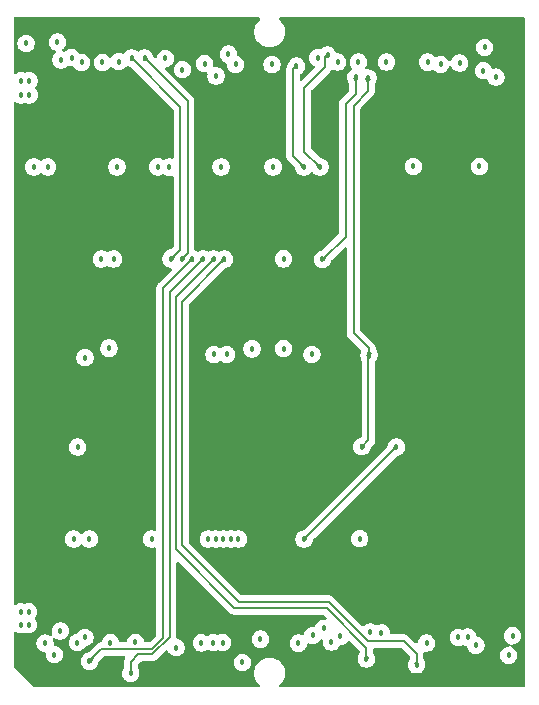
<source format=gbr>
%TF.GenerationSoftware,KiCad,Pcbnew,9.0.0*%
%TF.CreationDate,2025-05-12T15:29:59-04:00*%
%TF.ProjectId,design-files_TM,64657369-676e-42d6-9669-6c65735f544d,rev?*%
%TF.SameCoordinates,Original*%
%TF.FileFunction,Copper,L2,Inr*%
%TF.FilePolarity,Positive*%
%FSLAX46Y46*%
G04 Gerber Fmt 4.6, Leading zero omitted, Abs format (unit mm)*
G04 Created by KiCad (PCBNEW 9.0.0) date 2025-05-12 15:29:59*
%MOMM*%
%LPD*%
G01*
G04 APERTURE LIST*
%TA.AperFunction,ViaPad*%
%ADD10C,0.457300*%
%TD*%
%TA.AperFunction,Conductor*%
%ADD11C,0.127000*%
%TD*%
G04 APERTURE END LIST*
D10*
%TO.N,+5V*%
X13190000Y-2100000D03*
X18640000Y-36750000D03*
X25180000Y-20879350D03*
X37130000Y-2000000D03*
X15570000Y-28970000D03*
X12560000Y-55970000D03*
X16960000Y-36750000D03*
X17820000Y-36740000D03*
X37860000Y-13050000D03*
X7965000Y-13055000D03*
X38800000Y-56300000D03*
X9070000Y-36740000D03*
X11470000Y-36750000D03*
X3800000Y-44570000D03*
X7800000Y-56000000D03*
X19460000Y-36740000D03*
X7130000Y-2090000D03*
X23340000Y-13040000D03*
X34500000Y-56300000D03*
X12010000Y-28980000D03*
X33110000Y-2010000D03*
%TO.N,/~{RESET}*%
X17350000Y-28920000D03*
X8850000Y-20840000D03*
%TO.N,VCC*%
X1037329Y-5752873D03*
X1682329Y-5752873D03*
X1000000Y-6950000D03*
X1700000Y-6950000D03*
%TO.N,/DOUT*%
X29860000Y-36740000D03*
X12070000Y-44550000D03*
X30380000Y-5510000D03*
X30480000Y-28950000D03*
X13570000Y-13070000D03*
X23240000Y-28430000D03*
%TO.N,/DIN*%
X18420000Y-28920000D03*
X12590000Y-13040000D03*
%TO.N,/CLK*%
X32790000Y-36760000D03*
X25640000Y-28910000D03*
X7810000Y-20840000D03*
X6790000Y-44550000D03*
X34220000Y-13010650D03*
X24970000Y-44560000D03*
%TO.N,GND*%
X3830000Y-54330000D03*
X20574000Y-28450000D03*
X3270000Y-13050000D03*
X16550000Y-4300000D03*
X1000000Y-51800000D03*
X39820000Y-13010650D03*
X1650000Y-50700000D03*
X38150000Y-4250000D03*
X25700000Y-52700000D03*
X17490000Y-44540000D03*
X16860000Y-44550000D03*
X2090000Y-13050000D03*
X18790000Y-44540000D03*
X27290000Y-53270000D03*
X23240000Y-20830000D03*
X8460000Y-28390000D03*
X1000000Y-50700000D03*
X9130000Y-13050000D03*
X19420000Y-44550000D03*
X5810000Y-36770000D03*
X40150000Y-4900000D03*
X5770000Y-53330000D03*
X6430000Y-29200000D03*
X1650000Y-51800000D03*
X18560000Y-3500000D03*
X17950000Y-13050000D03*
X22360000Y-13050000D03*
X18150000Y-44540000D03*
%TO.N,/LGAD1*%
X15520000Y-20840000D03*
X17270000Y-53330000D03*
X6800000Y-54900000D03*
%TO.N,/ETROC1*%
X10300000Y-55920000D03*
X19750000Y-55000000D03*
X16420000Y-20840000D03*
%TO.N,/CS_T1*%
X29360000Y-5470000D03*
X26520000Y-20879350D03*
%TO.N,/CS_T3*%
X5470000Y-44550000D03*
X29690000Y-44530000D03*
%TO.N,/LGAD2*%
X38840000Y-52860000D03*
X30250000Y-54710000D03*
X17320000Y-20840000D03*
%TO.N,/ETROC2*%
X18220000Y-20850000D03*
X34500000Y-55200000D03*
X42300000Y-54400000D03*
%TO.N,/LGAD3*%
X13720000Y-20840000D03*
X5290000Y-3800000D03*
X10370000Y-3820000D03*
%TO.N,/ETROC3*%
X4080000Y-2480000D03*
X11480000Y-3830000D03*
X14620000Y-20850000D03*
%TO.N,/LGAD4*%
X26310000Y-13050000D03*
X26970000Y-3580000D03*
%TO.N,/ETROC4*%
X24960000Y-13050000D03*
X24321000Y-4509000D03*
%TO.N,Net-(U1-TP1)*%
X3050000Y-53370000D03*
%TO.N,Net-(U1-TP2)*%
X4340000Y-52330000D03*
%TO.N,Net-(U1-TP3)*%
X6410000Y-52879150D03*
%TO.N,Net-(U1-TP4)*%
X8580000Y-53330000D03*
%TO.N,Net-(U1-TP5)*%
X10700000Y-53310000D03*
%TO.N,Net-(U1-TP6)*%
X14140000Y-53750000D03*
%TO.N,Net-(U1-TP7)*%
X16280000Y-53340000D03*
%TO.N,Net-(U1-TP8)*%
X18070000Y-53320000D03*
%TO.N,Net-(U1-TP9)*%
X21280000Y-53030000D03*
%TO.N,Net-(U2-TP1)*%
X24490000Y-53370000D03*
%TO.N,Net-(U2-TP2)*%
X26630000Y-52110000D03*
%TO.N,Net-(U2-TP3)*%
X28050000Y-52800000D03*
%TO.N,Net-(U2-TP4)*%
X30570000Y-52440000D03*
%TO.N,Net-(U2-TP5)*%
X31510000Y-52500000D03*
%TO.N,Net-(U2-TP6)*%
X35350000Y-53360000D03*
%TO.N,Net-(U2-TP7)*%
X38030000Y-52880000D03*
%TO.N,Net-(U2-TP8)*%
X39520000Y-53540000D03*
%TO.N,Net-(U2-TP9)*%
X42630000Y-52740000D03*
%TO.N,Net-(U3-TP1)*%
X19180000Y-4370000D03*
%TO.N,Net-(U3-TP2)*%
X17520000Y-5350000D03*
%TO.N,Net-(U3-TP3)*%
X14670000Y-4800000D03*
%TO.N,Net-(U3-TP4)*%
X13230000Y-3860000D03*
%TO.N,Net-(U3-TP5)*%
X9300000Y-4130000D03*
%TO.N,Net-(U3-TP6)*%
X7900000Y-4200000D03*
%TO.N,Net-(U3-TP7)*%
X6140000Y-4200000D03*
%TO.N,Net-(U3-TP8)*%
X4410000Y-3990000D03*
%TO.N,Net-(U3-TP9)*%
X1440000Y-2590000D03*
%TO.N,Net-(U4-TP1)*%
X40270000Y-2920000D03*
%TO.N,Net-(U4-TP2)*%
X41210000Y-5440000D03*
%TO.N,Net-(U4-TP3)*%
X36540000Y-4360000D03*
%TO.N,Net-(U4-TP4)*%
X35450000Y-4180000D03*
%TO.N,Net-(U4-TP5)*%
X31950000Y-4160000D03*
%TO.N,Net-(U4-TP6)*%
X29560000Y-4170000D03*
%TO.N,Net-(U4-TP7)*%
X27810000Y-4170000D03*
%TO.N,Net-(U4-TP8)*%
X26130000Y-3810000D03*
%TO.N,Net-(U4-TP9)*%
X22260000Y-4370000D03*
%TD*%
D11*
%TO.N,/DOUT*%
X29170000Y-7850000D02*
X29170000Y-27100000D01*
X30380000Y-5510000D02*
X30380000Y-6640000D01*
X30380000Y-6640000D02*
X29170000Y-7850000D01*
X29170000Y-27100000D02*
X30480000Y-28410000D01*
X29860000Y-36740000D02*
X30410000Y-36190000D01*
X30480000Y-28950000D02*
X30510000Y-28920000D01*
X30480000Y-28410000D02*
X30480000Y-28950000D01*
X30410000Y-29020000D02*
X30480000Y-28950000D01*
X30410000Y-36190000D02*
X30410000Y-29020000D01*
%TO.N,/CLK*%
X24970000Y-44560000D02*
X32770000Y-36760000D01*
%TO.N,/LGAD1*%
X12110000Y-53880000D02*
X13040000Y-52950000D01*
X6800000Y-54900000D02*
X7820000Y-53880000D01*
X13040000Y-23320000D02*
X15520000Y-20840000D01*
X7820000Y-53880000D02*
X12110000Y-53880000D01*
X13040000Y-52950000D02*
X13040000Y-23320000D01*
%TO.N,/ETROC1*%
X10300000Y-55920000D02*
X10320000Y-55900000D01*
X10320000Y-54950000D02*
X10950000Y-54320000D01*
X13600000Y-23660000D02*
X16420000Y-20840000D01*
X13600000Y-52820000D02*
X13600000Y-23660000D01*
X10320000Y-55900000D02*
X10320000Y-54950000D01*
X10950000Y-54320000D02*
X12100000Y-54320000D01*
X12100000Y-54320000D02*
X13600000Y-52820000D01*
%TO.N,/CS_T1*%
X29360000Y-6890000D02*
X28490000Y-7760000D01*
X26570650Y-20879350D02*
X26520000Y-20879350D01*
X28490000Y-7760000D02*
X28490000Y-18960000D01*
X29360000Y-5470000D02*
X29360000Y-6890000D01*
X28490000Y-18960000D02*
X26570650Y-20879350D01*
%TO.N,/LGAD2*%
X30250000Y-54710000D02*
X30250000Y-53750000D01*
X30250000Y-53750000D02*
X26900000Y-50400000D01*
X26900000Y-50400000D02*
X19080000Y-50400000D01*
X19080000Y-50400000D02*
X14090000Y-45410000D01*
X14090000Y-45410000D02*
X14090000Y-24070000D01*
X14090000Y-24070000D02*
X17320000Y-20840000D01*
%TO.N,/ETROC2*%
X33440000Y-53200000D02*
X34500000Y-54260000D01*
X14630000Y-45070000D02*
X19460000Y-49900000D01*
X27090000Y-49900000D02*
X30390000Y-53200000D01*
X19460000Y-49900000D02*
X27090000Y-49900000D01*
X34500000Y-54260000D02*
X34500000Y-55200000D01*
X30390000Y-53200000D02*
X33440000Y-53200000D01*
X18210000Y-20870000D02*
X14630000Y-24450000D01*
X14630000Y-24450000D02*
X14630000Y-45070000D01*
%TO.N,/LGAD3*%
X10370000Y-3820000D02*
X14510000Y-7960000D01*
X14510000Y-20050000D02*
X13720000Y-20840000D01*
X14510000Y-7960000D02*
X14510000Y-20050000D01*
X13720000Y-20840000D02*
X13720000Y-20580000D01*
%TO.N,/ETROC3*%
X15110000Y-20360000D02*
X14620000Y-20850000D01*
X15110000Y-7460000D02*
X15110000Y-20360000D01*
X11480000Y-3830000D02*
X15110000Y-7460000D01*
%TO.N,/LGAD4*%
X26970000Y-3580000D02*
X26730000Y-3820000D01*
X25010000Y-11750000D02*
X26310000Y-13050000D01*
X25010000Y-6340000D02*
X25010000Y-11750000D01*
X26730000Y-3820000D02*
X26730000Y-4620000D01*
X26730000Y-4620000D02*
X25010000Y-6340000D01*
%TO.N,/ETROC4*%
X24050000Y-4780000D02*
X24050000Y-12140000D01*
X24050000Y-12140000D02*
X24960000Y-13050000D01*
X24321000Y-4509000D02*
X24050000Y-4780000D01*
%TD*%
%TA.AperFunction,Conductor*%
%TO.N,/LGAD2*%
G36*
X17139647Y-20719458D02*
G01*
X17140259Y-20719837D01*
X17318722Y-20837979D01*
X17322020Y-20841277D01*
X17439718Y-21019069D01*
X17441427Y-21027859D01*
X17436420Y-21035283D01*
X17435165Y-21036007D01*
X17338928Y-21083785D01*
X17336149Y-21084751D01*
X17250559Y-21102876D01*
X17249917Y-21102994D01*
X17240053Y-21104513D01*
X17229729Y-21106104D01*
X17229726Y-21106104D01*
X17229725Y-21106105D01*
X17142777Y-21131641D01*
X17096494Y-21159921D01*
X17096493Y-21159921D01*
X17052884Y-21197969D01*
X17044397Y-21200826D01*
X17036919Y-21197426D01*
X16962496Y-21123003D01*
X16959069Y-21114730D01*
X16961875Y-21107128D01*
X17004907Y-21056796D01*
X17033856Y-21005077D01*
X17057054Y-20909769D01*
X17074607Y-20825726D01*
X17075177Y-20823829D01*
X17095105Y-20773511D01*
X17095847Y-20771977D01*
X17123667Y-20723745D01*
X17130768Y-20718293D01*
X17139647Y-20719458D01*
G37*
%TD.AperFunction*%
%TD*%
%TA.AperFunction,Conductor*%
%TO.N,/ETROC4*%
G36*
X24274177Y-4498895D02*
G01*
X24316196Y-4507066D01*
X24323663Y-4512009D01*
X24323707Y-4512074D01*
X24440756Y-4688172D01*
X24442482Y-4696959D01*
X24437489Y-4704393D01*
X24436318Y-4705076D01*
X24399699Y-4723711D01*
X24397360Y-4724601D01*
X24349751Y-4737083D01*
X24347522Y-4737443D01*
X24314983Y-4739499D01*
X24253491Y-4743386D01*
X24238209Y-4744569D01*
X24173716Y-4749565D01*
X24132015Y-4775422D01*
X24118316Y-4805251D01*
X24118314Y-4805257D01*
X24114632Y-4839217D01*
X24110333Y-4847073D01*
X24103000Y-4849656D01*
X23999617Y-4849656D01*
X23991344Y-4846229D01*
X23987917Y-4837956D01*
X23987993Y-4836625D01*
X23997964Y-4749566D01*
X24001043Y-4722682D01*
X24001861Y-4719530D01*
X24035978Y-4637414D01*
X24036223Y-4636868D01*
X24055077Y-4597772D01*
X24093621Y-4474385D01*
X24099358Y-4467512D01*
X24107019Y-4466391D01*
X24274177Y-4498895D01*
G37*
%TD.AperFunction*%
%TD*%
%TA.AperFunction,Conductor*%
%TO.N,/ETROC1*%
G36*
X10380836Y-55470520D02*
G01*
X10384236Y-55478006D01*
X10388688Y-55544019D01*
X10388690Y-55544026D01*
X10402645Y-55601533D01*
X10402646Y-55601537D01*
X10402647Y-55601538D01*
X10447187Y-55687410D01*
X10482738Y-55749143D01*
X10483412Y-55750516D01*
X10505204Y-55803360D01*
X10505703Y-55804844D01*
X10521108Y-55863419D01*
X10519898Y-55872292D01*
X10512769Y-55877710D01*
X10512125Y-55877860D01*
X10304803Y-55920023D01*
X10296013Y-55918314D01*
X10295936Y-55918263D01*
X10119986Y-55799772D01*
X10115038Y-55792308D01*
X10116816Y-55783532D01*
X10117064Y-55783179D01*
X10176252Y-55702481D01*
X10176388Y-55702301D01*
X10186991Y-55688688D01*
X10236259Y-55609606D01*
X10251470Y-55550822D01*
X10255839Y-55478090D01*
X10259756Y-55470039D01*
X10267518Y-55467093D01*
X10372563Y-55467093D01*
X10380836Y-55470520D01*
G37*
%TD.AperFunction*%
%TD*%
%TA.AperFunction,Conductor*%
%TO.N,/LGAD1*%
G36*
X15339647Y-20719458D02*
G01*
X15340259Y-20719837D01*
X15518722Y-20837979D01*
X15522020Y-20841277D01*
X15639718Y-21019069D01*
X15641427Y-21027859D01*
X15636420Y-21035283D01*
X15635165Y-21036007D01*
X15538928Y-21083785D01*
X15536149Y-21084751D01*
X15450559Y-21102876D01*
X15449917Y-21102994D01*
X15440053Y-21104513D01*
X15429729Y-21106104D01*
X15429726Y-21106104D01*
X15429725Y-21106105D01*
X15342777Y-21131641D01*
X15296494Y-21159921D01*
X15296493Y-21159921D01*
X15252884Y-21197969D01*
X15244397Y-21200826D01*
X15236919Y-21197426D01*
X15162496Y-21123003D01*
X15159069Y-21114730D01*
X15161875Y-21107128D01*
X15204907Y-21056796D01*
X15233856Y-21005077D01*
X15257054Y-20909769D01*
X15274607Y-20825726D01*
X15275177Y-20823829D01*
X15295105Y-20773511D01*
X15295847Y-20771977D01*
X15323667Y-20723745D01*
X15330768Y-20718293D01*
X15339647Y-20719458D01*
G37*
%TD.AperFunction*%
%TD*%
%TA.AperFunction,Conductor*%
%TO.N,/DOUT*%
G36*
X30483986Y-28951685D02*
G01*
X30484063Y-28951736D01*
X30659592Y-29069944D01*
X30664540Y-29077408D01*
X30662762Y-29086184D01*
X30662202Y-29086947D01*
X30615233Y-29145804D01*
X30614130Y-29147004D01*
X30564505Y-29193961D01*
X30564363Y-29194094D01*
X30536623Y-29219483D01*
X30491908Y-29281138D01*
X30491907Y-29281140D01*
X30478301Y-29328271D01*
X30478300Y-29328276D01*
X30474311Y-29381563D01*
X30470276Y-29389557D01*
X30462644Y-29392389D01*
X30357233Y-29392389D01*
X30348960Y-29388962D01*
X30345576Y-29381697D01*
X30344277Y-29366675D01*
X30334666Y-29255471D01*
X30305654Y-29164330D01*
X30305650Y-29164321D01*
X30305648Y-29164312D01*
X30300439Y-29150613D01*
X30300127Y-29149675D01*
X30279442Y-29077408D01*
X30259224Y-29006769D01*
X30260242Y-28997873D01*
X30267252Y-28992302D01*
X30268119Y-28992089D01*
X30475198Y-28949976D01*
X30483986Y-28951685D01*
G37*
%TD.AperFunction*%
%TD*%
%TA.AperFunction,Conductor*%
%TO.N,/DOUT*%
G36*
X30591276Y-5551967D02*
G01*
X30598699Y-5556973D01*
X30600408Y-5565763D01*
X30600032Y-5567162D01*
X30565769Y-5668992D01*
X30564488Y-5671641D01*
X30516767Y-5745002D01*
X30516395Y-5745539D01*
X30504337Y-5761987D01*
X30504330Y-5761998D01*
X30460903Y-5841540D01*
X30448176Y-5894260D01*
X30444243Y-5952002D01*
X30440262Y-5960023D01*
X30432570Y-5962907D01*
X30327320Y-5962907D01*
X30319047Y-5959480D01*
X30315656Y-5952119D01*
X30315647Y-5952002D01*
X30310494Y-5886102D01*
X30294393Y-5829061D01*
X30243403Y-5745265D01*
X30196387Y-5673423D01*
X30195447Y-5671675D01*
X30173960Y-5622007D01*
X30173402Y-5620408D01*
X30158968Y-5566624D01*
X30160133Y-5557746D01*
X30167235Y-5552292D01*
X30167926Y-5552129D01*
X30377669Y-5509474D01*
X30382331Y-5509474D01*
X30591276Y-5551967D01*
G37*
%TD.AperFunction*%
%TD*%
%TA.AperFunction,Conductor*%
%TO.N,/LGAD3*%
G36*
X10565283Y-3703579D02*
G01*
X10566007Y-3704834D01*
X10613785Y-3801071D01*
X10614751Y-3803850D01*
X10632876Y-3889439D01*
X10632994Y-3890081D01*
X10636104Y-3910270D01*
X10661642Y-3997224D01*
X10689922Y-4043507D01*
X10727969Y-4087115D01*
X10730826Y-4095602D01*
X10727426Y-4103080D01*
X10653003Y-4177503D01*
X10644730Y-4180930D01*
X10637127Y-4178123D01*
X10586799Y-4135094D01*
X10586797Y-4135092D01*
X10586796Y-4135092D01*
X10535077Y-4106143D01*
X10535076Y-4106142D01*
X10535073Y-4106141D01*
X10439774Y-4082947D01*
X10355736Y-4065393D01*
X10353820Y-4064818D01*
X10303515Y-4044895D01*
X10301977Y-4044152D01*
X10253747Y-4016333D01*
X10248293Y-4009231D01*
X10249458Y-4000352D01*
X10249824Y-3999760D01*
X10367980Y-3821275D01*
X10371275Y-3817980D01*
X10549071Y-3700280D01*
X10557859Y-3698572D01*
X10565283Y-3703579D01*
G37*
%TD.AperFunction*%
%TD*%
%TA.AperFunction,Conductor*%
%TO.N,/ETROC3*%
G36*
X11675283Y-3713579D02*
G01*
X11676007Y-3714834D01*
X11723785Y-3811071D01*
X11724751Y-3813850D01*
X11742876Y-3899439D01*
X11742994Y-3900081D01*
X11746104Y-3920270D01*
X11771642Y-4007224D01*
X11799922Y-4053507D01*
X11837969Y-4097115D01*
X11840826Y-4105602D01*
X11837426Y-4113080D01*
X11763003Y-4187503D01*
X11754730Y-4190930D01*
X11747127Y-4188123D01*
X11696799Y-4145094D01*
X11696797Y-4145092D01*
X11696796Y-4145092D01*
X11645077Y-4116143D01*
X11645076Y-4116142D01*
X11645073Y-4116141D01*
X11549774Y-4092947D01*
X11465736Y-4075393D01*
X11463820Y-4074818D01*
X11413515Y-4054895D01*
X11411977Y-4054152D01*
X11363747Y-4026333D01*
X11358293Y-4019231D01*
X11359458Y-4010352D01*
X11359824Y-4009760D01*
X11477980Y-3831275D01*
X11481275Y-3827980D01*
X11659071Y-3710280D01*
X11667859Y-3708572D01*
X11675283Y-3713579D01*
G37*
%TD.AperFunction*%
%TD*%
%TA.AperFunction,Conductor*%
%TO.N,/ETROC3*%
G36*
X14903080Y-20492573D02*
G01*
X14977503Y-20566996D01*
X14980930Y-20575269D01*
X14978123Y-20582872D01*
X14935094Y-20633200D01*
X14906141Y-20684926D01*
X14882947Y-20780224D01*
X14865393Y-20864263D01*
X14864818Y-20866179D01*
X14844895Y-20916484D01*
X14844152Y-20918022D01*
X14816333Y-20966252D01*
X14809231Y-20971706D01*
X14800352Y-20970541D01*
X14799740Y-20970162D01*
X14621277Y-20852020D01*
X14617979Y-20848722D01*
X14572638Y-20780231D01*
X14500280Y-20670929D01*
X14498572Y-20662140D01*
X14503579Y-20654716D01*
X14504818Y-20654000D01*
X14601073Y-20606212D01*
X14603847Y-20605247D01*
X14689441Y-20587123D01*
X14690080Y-20587007D01*
X14707316Y-20584350D01*
X14710270Y-20583895D01*
X14797224Y-20558358D01*
X14843507Y-20530078D01*
X14887117Y-20492029D01*
X14895602Y-20489173D01*
X14903080Y-20492573D01*
G37*
%TD.AperFunction*%
%TD*%
%TA.AperFunction,Conductor*%
%TO.N,/LGAD3*%
G36*
X13781532Y-20583427D02*
G01*
X13784856Y-20590151D01*
X13787789Y-20612119D01*
X13787789Y-20612120D01*
X13787790Y-20612121D01*
X13799512Y-20632970D01*
X13799513Y-20632970D01*
X13799513Y-20632971D01*
X13838351Y-20657257D01*
X13861418Y-20668662D01*
X13864168Y-20670553D01*
X13899243Y-20702932D01*
X13902998Y-20711062D01*
X13899904Y-20719465D01*
X13897842Y-20721234D01*
X13726535Y-20836599D01*
X13717759Y-20838377D01*
X13713465Y-20836599D01*
X13541535Y-20720815D01*
X13536587Y-20713351D01*
X13538365Y-20704575D01*
X13539704Y-20702932D01*
X13564099Y-20677998D01*
X13566920Y-20675878D01*
X13601644Y-20657259D01*
X13639124Y-20634437D01*
X13651828Y-20613273D01*
X13655086Y-20590073D01*
X13659629Y-20582357D01*
X13666672Y-20580000D01*
X13773259Y-20580000D01*
X13781532Y-20583427D01*
G37*
%TD.AperFunction*%
%TD*%
%TA.AperFunction,Conductor*%
%TO.N,/CLK*%
G36*
X32609646Y-36639455D02*
G01*
X32610214Y-36639807D01*
X32786620Y-36756587D01*
X32791627Y-36764011D01*
X32791645Y-36764102D01*
X32832295Y-36972413D01*
X32830517Y-36981189D01*
X32823053Y-36986137D01*
X32822697Y-36986201D01*
X32732050Y-37001000D01*
X32624273Y-37025087D01*
X32570116Y-37056917D01*
X32570110Y-37056922D01*
X32512893Y-37107820D01*
X32504434Y-37110758D01*
X32496844Y-37107351D01*
X32422554Y-37033061D01*
X32419127Y-37024788D01*
X32421989Y-37017120D01*
X32465346Y-36967173D01*
X32495587Y-36916306D01*
X32523030Y-36823210D01*
X32541466Y-36749697D01*
X32541988Y-36748112D01*
X32563291Y-36696122D01*
X32564003Y-36694677D01*
X32593651Y-36643688D01*
X32600772Y-36638258D01*
X32609646Y-36639455D01*
G37*
%TD.AperFunction*%
%TD*%
%TA.AperFunction,Conductor*%
%TO.N,/LGAD1*%
G36*
X7083080Y-54542573D02*
G01*
X7157503Y-54616996D01*
X7160930Y-54625269D01*
X7158123Y-54632872D01*
X7115094Y-54683200D01*
X7086141Y-54734926D01*
X7062947Y-54830224D01*
X7045393Y-54914263D01*
X7044818Y-54916179D01*
X7024895Y-54966484D01*
X7024152Y-54968022D01*
X6996333Y-55016252D01*
X6989231Y-55021706D01*
X6980352Y-55020541D01*
X6979740Y-55020162D01*
X6801277Y-54902020D01*
X6797979Y-54898722D01*
X6752638Y-54830231D01*
X6680280Y-54720929D01*
X6678572Y-54712140D01*
X6683579Y-54704716D01*
X6684818Y-54704000D01*
X6781073Y-54656212D01*
X6783847Y-54655247D01*
X6869441Y-54637123D01*
X6870080Y-54637007D01*
X6887316Y-54634350D01*
X6890270Y-54633895D01*
X6977224Y-54608358D01*
X7023507Y-54580078D01*
X7067117Y-54542029D01*
X7075602Y-54539173D01*
X7083080Y-54542573D01*
G37*
%TD.AperFunction*%
%TD*%
%TA.AperFunction,Conductor*%
%TO.N,/CLK*%
G36*
X25253080Y-44202573D02*
G01*
X25327503Y-44276996D01*
X25330930Y-44285269D01*
X25328123Y-44292872D01*
X25285094Y-44343200D01*
X25256141Y-44394926D01*
X25232947Y-44490224D01*
X25215393Y-44574263D01*
X25214818Y-44576179D01*
X25194895Y-44626484D01*
X25194152Y-44628022D01*
X25166333Y-44676252D01*
X25159231Y-44681706D01*
X25150352Y-44680541D01*
X25149740Y-44680162D01*
X24971277Y-44562020D01*
X24967979Y-44558722D01*
X24922638Y-44490231D01*
X24850280Y-44380929D01*
X24848572Y-44372140D01*
X24853579Y-44364716D01*
X24854818Y-44364000D01*
X24951073Y-44316212D01*
X24953847Y-44315247D01*
X25039441Y-44297123D01*
X25040080Y-44297007D01*
X25057316Y-44294350D01*
X25060270Y-44293895D01*
X25147224Y-44268358D01*
X25193507Y-44240078D01*
X25237117Y-44202029D01*
X25245602Y-44199173D01*
X25253080Y-44202573D01*
G37*
%TD.AperFunction*%
%TD*%
%TA.AperFunction,Conductor*%
%TO.N,/ETROC1*%
G36*
X16239647Y-20719458D02*
G01*
X16240259Y-20719837D01*
X16418722Y-20837979D01*
X16422020Y-20841277D01*
X16539718Y-21019069D01*
X16541427Y-21027859D01*
X16536420Y-21035283D01*
X16535165Y-21036007D01*
X16438928Y-21083785D01*
X16436149Y-21084751D01*
X16350559Y-21102876D01*
X16349917Y-21102994D01*
X16340053Y-21104513D01*
X16329729Y-21106104D01*
X16329726Y-21106104D01*
X16329725Y-21106105D01*
X16242777Y-21131641D01*
X16196494Y-21159921D01*
X16196493Y-21159921D01*
X16152884Y-21197969D01*
X16144397Y-21200826D01*
X16136919Y-21197426D01*
X16062496Y-21123003D01*
X16059069Y-21114730D01*
X16061875Y-21107128D01*
X16104907Y-21056796D01*
X16133856Y-21005077D01*
X16157054Y-20909769D01*
X16174607Y-20825726D01*
X16175177Y-20823829D01*
X16195105Y-20773511D01*
X16195847Y-20771977D01*
X16223667Y-20723745D01*
X16230768Y-20718293D01*
X16239647Y-20719458D01*
G37*
%TD.AperFunction*%
%TD*%
%TA.AperFunction,Conductor*%
%TO.N,/LGAD4*%
G36*
X26042871Y-12691875D02*
G01*
X26093203Y-12734907D01*
X26144922Y-12763856D01*
X26144924Y-12763856D01*
X26144925Y-12763857D01*
X26188229Y-12774397D01*
X26240230Y-12787054D01*
X26324270Y-12804607D01*
X26326173Y-12805178D01*
X26372042Y-12823345D01*
X26376484Y-12825104D01*
X26378023Y-12825847D01*
X26426252Y-12853666D01*
X26431706Y-12860768D01*
X26430541Y-12869647D01*
X26430162Y-12870259D01*
X26312020Y-13048722D01*
X26308722Y-13052020D01*
X26130930Y-13169718D01*
X26122140Y-13171427D01*
X26114716Y-13166420D01*
X26113997Y-13165174D01*
X26066213Y-13068927D01*
X26065247Y-13066148D01*
X26062255Y-13052020D01*
X26047124Y-12980560D01*
X26047007Y-12979918D01*
X26043897Y-12959742D01*
X26043895Y-12959729D01*
X26018358Y-12872776D01*
X25990078Y-12826493D01*
X25952029Y-12782882D01*
X25949173Y-12774397D01*
X25952572Y-12766920D01*
X26026997Y-12692495D01*
X26035269Y-12689069D01*
X26042871Y-12691875D01*
G37*
%TD.AperFunction*%
%TD*%
%TA.AperFunction,Conductor*%
%TO.N,/LGAD4*%
G36*
X26929069Y-3571040D02*
G01*
X26965196Y-3578066D01*
X26972663Y-3583009D01*
X26972707Y-3583074D01*
X27089235Y-3758387D01*
X27090961Y-3767174D01*
X27085968Y-3774608D01*
X27084072Y-3775630D01*
X27009881Y-3807199D01*
X27006943Y-3808017D01*
X26924726Y-3819678D01*
X26854280Y-3830496D01*
X26854275Y-3830498D01*
X26811997Y-3858556D01*
X26811997Y-3858557D01*
X26798313Y-3888897D01*
X26798310Y-3888906D01*
X26794627Y-3923051D01*
X26790333Y-3930909D01*
X26782995Y-3933496D01*
X26679076Y-3933496D01*
X26670803Y-3930069D01*
X26667376Y-3921796D01*
X26667406Y-3920953D01*
X26669721Y-3888900D01*
X26676600Y-3793665D01*
X26676981Y-3791438D01*
X26681564Y-3774608D01*
X26702546Y-3697539D01*
X26742930Y-3545950D01*
X26748371Y-3538839D01*
X26756467Y-3537478D01*
X26929069Y-3571040D01*
G37*
%TD.AperFunction*%
%TD*%
%TA.AperFunction,Conductor*%
%TO.N,/LGAD3*%
G36*
X14003080Y-20482573D02*
G01*
X14077503Y-20556996D01*
X14080930Y-20565269D01*
X14078123Y-20572872D01*
X14035094Y-20623200D01*
X14006141Y-20674926D01*
X13982947Y-20770224D01*
X13965393Y-20854263D01*
X13964818Y-20856179D01*
X13944895Y-20906484D01*
X13944152Y-20908022D01*
X13916333Y-20956252D01*
X13909231Y-20961706D01*
X13900352Y-20960541D01*
X13899740Y-20960162D01*
X13721277Y-20842020D01*
X13717979Y-20838722D01*
X13672638Y-20770231D01*
X13600280Y-20660929D01*
X13598572Y-20652140D01*
X13603579Y-20644716D01*
X13604818Y-20644000D01*
X13701073Y-20596212D01*
X13703847Y-20595247D01*
X13789441Y-20577123D01*
X13790080Y-20577007D01*
X13807316Y-20574350D01*
X13810270Y-20573895D01*
X13897224Y-20548358D01*
X13943507Y-20520078D01*
X13987117Y-20482029D01*
X13995602Y-20479173D01*
X14003080Y-20482573D01*
G37*
%TD.AperFunction*%
%TD*%
%TA.AperFunction,Conductor*%
%TO.N,/CS_T1*%
G36*
X29571276Y-5511967D02*
G01*
X29578699Y-5516973D01*
X29580408Y-5525763D01*
X29580032Y-5527162D01*
X29545769Y-5628992D01*
X29544488Y-5631641D01*
X29496767Y-5705002D01*
X29496395Y-5705539D01*
X29484337Y-5721987D01*
X29484330Y-5721998D01*
X29440903Y-5801540D01*
X29428176Y-5854260D01*
X29424243Y-5912002D01*
X29420262Y-5920023D01*
X29412570Y-5922907D01*
X29307320Y-5922907D01*
X29299047Y-5919480D01*
X29295656Y-5912119D01*
X29295647Y-5912002D01*
X29290494Y-5846102D01*
X29274393Y-5789061D01*
X29223403Y-5705265D01*
X29176387Y-5633423D01*
X29175447Y-5631675D01*
X29153960Y-5582007D01*
X29153402Y-5580408D01*
X29138968Y-5526624D01*
X29140133Y-5517746D01*
X29147235Y-5512292D01*
X29147926Y-5512129D01*
X29357669Y-5469474D01*
X29362331Y-5469474D01*
X29571276Y-5511967D01*
G37*
%TD.AperFunction*%
%TD*%
%TA.AperFunction,Conductor*%
%TO.N,+5V*%
G36*
X21194910Y-401502D02*
G01*
X21241403Y-455158D01*
X21251507Y-525432D01*
X21222013Y-590012D01*
X21206258Y-604472D01*
X21206550Y-604814D01*
X21202778Y-608035D01*
X21058034Y-752779D01*
X20937714Y-918387D01*
X20844781Y-1100779D01*
X20844778Y-1100785D01*
X20781524Y-1295461D01*
X20781523Y-1295464D01*
X20781523Y-1295466D01*
X20749500Y-1497648D01*
X20749500Y-1702352D01*
X20773337Y-1852850D01*
X20781524Y-1904538D01*
X20815822Y-2010098D01*
X20844780Y-2099219D01*
X20860886Y-2130828D01*
X20937714Y-2281612D01*
X21058034Y-2447220D01*
X21202779Y-2591965D01*
X21358334Y-2704981D01*
X21368390Y-2712287D01*
X21550781Y-2805220D01*
X21745466Y-2868477D01*
X21947648Y-2900500D01*
X21947651Y-2900500D01*
X22152349Y-2900500D01*
X22152352Y-2900500D01*
X22354534Y-2868477D01*
X22549219Y-2805220D01*
X22731610Y-2712287D01*
X22897219Y-2591966D01*
X23041966Y-2447219D01*
X23162287Y-2281610D01*
X23255220Y-2099219D01*
X23318477Y-1904534D01*
X23350500Y-1702352D01*
X23350500Y-1497648D01*
X23318477Y-1295466D01*
X23255220Y-1100781D01*
X23162287Y-918390D01*
X23041966Y-752781D01*
X23041965Y-752779D01*
X22897221Y-608035D01*
X22893450Y-604814D01*
X22894571Y-603501D01*
X22855794Y-553208D01*
X22849722Y-482472D01*
X22882857Y-419682D01*
X22944678Y-384773D01*
X22973211Y-381500D01*
X43592500Y-381500D01*
X43660621Y-401502D01*
X43707114Y-455158D01*
X43718500Y-507500D01*
X43718500Y-56992500D01*
X43698498Y-57060621D01*
X43644842Y-57107114D01*
X43592500Y-57118500D01*
X22973211Y-57118500D01*
X22905090Y-57098498D01*
X22858597Y-57044842D01*
X22848493Y-56974568D01*
X22877987Y-56909988D01*
X22893741Y-56895527D01*
X22893450Y-56895186D01*
X22897221Y-56891964D01*
X23041965Y-56747220D01*
X23107405Y-56657149D01*
X23162287Y-56581610D01*
X23255220Y-56399219D01*
X23318477Y-56204534D01*
X23350500Y-56002352D01*
X23350500Y-55797648D01*
X23318477Y-55595466D01*
X23255220Y-55400781D01*
X23162287Y-55218390D01*
X23162285Y-55218387D01*
X23041965Y-55052779D01*
X22897220Y-54908034D01*
X22731612Y-54787714D01*
X22674007Y-54758363D01*
X22549219Y-54694780D01*
X22549216Y-54694779D01*
X22549214Y-54694778D01*
X22354538Y-54631524D01*
X22354536Y-54631523D01*
X22354534Y-54631523D01*
X22152352Y-54599500D01*
X21947648Y-54599500D01*
X21745466Y-54631523D01*
X21745464Y-54631523D01*
X21745461Y-54631524D01*
X21550785Y-54694778D01*
X21550779Y-54694781D01*
X21368387Y-54787714D01*
X21202779Y-54908034D01*
X21058034Y-55052779D01*
X20937714Y-55218387D01*
X20844781Y-55400779D01*
X20844778Y-55400785D01*
X20781524Y-55595461D01*
X20781523Y-55595464D01*
X20781523Y-55595466D01*
X20749500Y-55797648D01*
X20749500Y-56002352D01*
X20770513Y-56135019D01*
X20781524Y-56204538D01*
X20841754Y-56389908D01*
X20844780Y-56399219D01*
X20892351Y-56492582D01*
X20937714Y-56581612D01*
X21058034Y-56747220D01*
X21202778Y-56891964D01*
X21206550Y-56895186D01*
X21205428Y-56896498D01*
X21244206Y-56946792D01*
X21250278Y-57017528D01*
X21217143Y-57080318D01*
X21155322Y-57115227D01*
X21126789Y-57118500D01*
X2210213Y-57118500D01*
X2142092Y-57098498D01*
X2121118Y-57081595D01*
X418405Y-55378882D01*
X384379Y-55316570D01*
X381500Y-55289787D01*
X381500Y-53297394D01*
X2312850Y-53297394D01*
X2312850Y-53442605D01*
X2341178Y-53585019D01*
X2341180Y-53585024D01*
X2349218Y-53604430D01*
X2396746Y-53719172D01*
X2477418Y-53839906D01*
X2580094Y-53942582D01*
X2700828Y-54023254D01*
X2834981Y-54078822D01*
X2949068Y-54101515D01*
X2977396Y-54107150D01*
X2981582Y-54107562D01*
X3047416Y-54134139D01*
X3088431Y-54192090D01*
X3092394Y-54251128D01*
X3093457Y-54251233D01*
X3092850Y-54257398D01*
X3092850Y-54402605D01*
X3116430Y-54521149D01*
X3121178Y-54545019D01*
X3176746Y-54679172D01*
X3257418Y-54799906D01*
X3360094Y-54902582D01*
X3480828Y-54983254D01*
X3614981Y-55038822D01*
X3757397Y-55067150D01*
X3757398Y-55067150D01*
X3902602Y-55067150D01*
X3902603Y-55067150D01*
X4045019Y-55038822D01*
X4179172Y-54983254D01*
X4299906Y-54902582D01*
X4375094Y-54827394D01*
X6062850Y-54827394D01*
X6062850Y-54972605D01*
X6080984Y-55063770D01*
X6091178Y-55115019D01*
X6146746Y-55249172D01*
X6227418Y-55369906D01*
X6330094Y-55472582D01*
X6450828Y-55553254D01*
X6584981Y-55608822D01*
X6727397Y-55637150D01*
X6727398Y-55637150D01*
X6872602Y-55637150D01*
X6872603Y-55637150D01*
X7015019Y-55608822D01*
X7149172Y-55553254D01*
X7269906Y-55472582D01*
X7372582Y-55369906D01*
X7413793Y-55308230D01*
X7419484Y-55300383D01*
X7441143Y-55272818D01*
X7468962Y-55224588D01*
X7486524Y-55191392D01*
X7487267Y-55189854D01*
X7502316Y-55155564D01*
X7522239Y-55105259D01*
X7536648Y-55063779D01*
X7537223Y-55061863D01*
X7548045Y-55019256D01*
X7555775Y-54982245D01*
X7589279Y-54919655D01*
X7589899Y-54919030D01*
X8020026Y-54488904D01*
X8082338Y-54454879D01*
X8109121Y-54452000D01*
X9728793Y-54452000D01*
X9796914Y-54472002D01*
X9843407Y-54525658D01*
X9853511Y-54595932D01*
X9837913Y-54640999D01*
X9786982Y-54729213D01*
X9786980Y-54729218D01*
X9748000Y-54874696D01*
X9748000Y-55376870D01*
X9742880Y-55394304D01*
X9742865Y-55412473D01*
X9729790Y-55438885D01*
X9727998Y-55444991D01*
X9727939Y-55445083D01*
X9725865Y-55448303D01*
X9702998Y-55479482D01*
X9696892Y-55487988D01*
X9696644Y-55488341D01*
X9662653Y-55543911D01*
X9660598Y-55549666D01*
X9653582Y-55560564D01*
X9653275Y-55560828D01*
X9652411Y-55562348D01*
X9646749Y-55570822D01*
X9646747Y-55570825D01*
X9646746Y-55570828D01*
X9612604Y-55653254D01*
X9591179Y-55704979D01*
X9591178Y-55704980D01*
X9562850Y-55847394D01*
X9562850Y-55847397D01*
X9562850Y-55992603D01*
X9591178Y-56135019D01*
X9646746Y-56269172D01*
X9727418Y-56389906D01*
X9830094Y-56492582D01*
X9950828Y-56573254D01*
X10084981Y-56628822D01*
X10227397Y-56657150D01*
X10227398Y-56657150D01*
X10372602Y-56657150D01*
X10372603Y-56657150D01*
X10515019Y-56628822D01*
X10649172Y-56573254D01*
X10769906Y-56492582D01*
X10872582Y-56389906D01*
X10953254Y-56269172D01*
X11008822Y-56135019D01*
X11037150Y-55992603D01*
X11037150Y-55847397D01*
X11023326Y-55777899D01*
X11021728Y-55767697D01*
X11018219Y-55737149D01*
X11017721Y-55732812D01*
X11011412Y-55708822D01*
X11002320Y-55674250D01*
X11000803Y-55669182D01*
X10992424Y-55641182D01*
X10991925Y-55639698D01*
X10991925Y-55639697D01*
X10979925Y-55607598D01*
X10965485Y-55572584D01*
X10958131Y-55554750D01*
X10944367Y-55524235D01*
X10944346Y-55524194D01*
X10943700Y-55522875D01*
X10942239Y-55520133D01*
X10927724Y-55492883D01*
X10927711Y-55492860D01*
X10909330Y-55460942D01*
X10906163Y-55451167D01*
X10901959Y-55445916D01*
X10893198Y-55411139D01*
X10892680Y-55406175D01*
X10892000Y-55393098D01*
X10892000Y-55239120D01*
X10912002Y-55170999D01*
X10928905Y-55150025D01*
X11150025Y-54928905D01*
X11152792Y-54927394D01*
X19012850Y-54927394D01*
X19012850Y-55072605D01*
X19020054Y-55108821D01*
X19041178Y-55215019D01*
X19096746Y-55349172D01*
X19177418Y-55469906D01*
X19280094Y-55572582D01*
X19400828Y-55653254D01*
X19534981Y-55708822D01*
X19677397Y-55737150D01*
X19677398Y-55737150D01*
X19822602Y-55737150D01*
X19822603Y-55737150D01*
X19965019Y-55708822D01*
X20099172Y-55653254D01*
X20219906Y-55572582D01*
X20322582Y-55469906D01*
X20403254Y-55349172D01*
X20458822Y-55215019D01*
X20487150Y-55072603D01*
X20487150Y-54927397D01*
X20458822Y-54784981D01*
X20403254Y-54650828D01*
X20322582Y-54530094D01*
X20219906Y-54427418D01*
X20099172Y-54346746D01*
X19965019Y-54291178D01*
X19822605Y-54262850D01*
X19822603Y-54262850D01*
X19677397Y-54262850D01*
X19677394Y-54262850D01*
X19534980Y-54291178D01*
X19534975Y-54291180D01*
X19400828Y-54346746D01*
X19280098Y-54427415D01*
X19280091Y-54427420D01*
X19177420Y-54530091D01*
X19177415Y-54530098D01*
X19096746Y-54650828D01*
X19041180Y-54784975D01*
X19041178Y-54784980D01*
X19012850Y-54927394D01*
X11152792Y-54927394D01*
X11212337Y-54894879D01*
X11239120Y-54892000D01*
X12175303Y-54892000D01*
X12175305Y-54892000D01*
X12320784Y-54853019D01*
X12382622Y-54817317D01*
X12391679Y-54812088D01*
X12424459Y-54793162D01*
X12451216Y-54777714D01*
X12557714Y-54671216D01*
X12617218Y-54611712D01*
X12617231Y-54611697D01*
X13248847Y-53980081D01*
X13311157Y-53946057D01*
X13381972Y-53951122D01*
X13438808Y-53993669D01*
X13454349Y-54020959D01*
X13486746Y-54099172D01*
X13567418Y-54219906D01*
X13670094Y-54322582D01*
X13790828Y-54403254D01*
X13924981Y-54458822D01*
X14067397Y-54487150D01*
X14067398Y-54487150D01*
X14212602Y-54487150D01*
X14212603Y-54487150D01*
X14355019Y-54458822D01*
X14489172Y-54403254D01*
X14609906Y-54322582D01*
X14712582Y-54219906D01*
X14793254Y-54099172D01*
X14848822Y-53965019D01*
X14877150Y-53822603D01*
X14877150Y-53677397D01*
X14848822Y-53534981D01*
X14793254Y-53400828D01*
X14712582Y-53280094D01*
X14699882Y-53267394D01*
X15542850Y-53267394D01*
X15542850Y-53412605D01*
X15567623Y-53537149D01*
X15571178Y-53555019D01*
X15626746Y-53689172D01*
X15707418Y-53809906D01*
X15810094Y-53912582D01*
X15930828Y-53993254D01*
X16064981Y-54048822D01*
X16207397Y-54077150D01*
X16207398Y-54077150D01*
X16352602Y-54077150D01*
X16352603Y-54077150D01*
X16495019Y-54048822D01*
X16629172Y-53993254D01*
X16712482Y-53937587D01*
X16780233Y-53916373D01*
X16848700Y-53935156D01*
X16852461Y-53937572D01*
X16920828Y-53983254D01*
X17054981Y-54038822D01*
X17197397Y-54067150D01*
X17197398Y-54067150D01*
X17342602Y-54067150D01*
X17342603Y-54067150D01*
X17485019Y-54038822D01*
X17619172Y-53983254D01*
X17619175Y-53983251D01*
X17621533Y-53981992D01*
X17622911Y-53981704D01*
X17624891Y-53980885D01*
X17625046Y-53981260D01*
X17691038Y-53967517D01*
X17729152Y-53976702D01*
X17854981Y-54028822D01*
X17997397Y-54057150D01*
X17997398Y-54057150D01*
X18142602Y-54057150D01*
X18142603Y-54057150D01*
X18285019Y-54028822D01*
X18419172Y-53973254D01*
X18539906Y-53892582D01*
X18642582Y-53789906D01*
X18723254Y-53669172D01*
X18778822Y-53535019D01*
X18807150Y-53392603D01*
X18807150Y-53247397D01*
X18778822Y-53104981D01*
X18723254Y-52970828D01*
X18714278Y-52957394D01*
X20542850Y-52957394D01*
X20542850Y-53102605D01*
X20560399Y-53190828D01*
X20571178Y-53245019D01*
X20626746Y-53379172D01*
X20707418Y-53499906D01*
X20810094Y-53602582D01*
X20930828Y-53683254D01*
X21064981Y-53738822D01*
X21207397Y-53767150D01*
X21207398Y-53767150D01*
X21352602Y-53767150D01*
X21352603Y-53767150D01*
X21495019Y-53738822D01*
X21629172Y-53683254D01*
X21749906Y-53602582D01*
X21852582Y-53499906D01*
X21933254Y-53379172D01*
X21988822Y-53245019D01*
X22017150Y-53102603D01*
X22017150Y-52957397D01*
X21988822Y-52814981D01*
X21933254Y-52680828D01*
X21852582Y-52560094D01*
X21749906Y-52457418D01*
X21629172Y-52376746D01*
X21495019Y-52321178D01*
X21352605Y-52292850D01*
X21352603Y-52292850D01*
X21207397Y-52292850D01*
X21207394Y-52292850D01*
X21064980Y-52321178D01*
X21064975Y-52321180D01*
X20930828Y-52376746D01*
X20810098Y-52457415D01*
X20810091Y-52457420D01*
X20707420Y-52560091D01*
X20707415Y-52560098D01*
X20626746Y-52680828D01*
X20571180Y-52814975D01*
X20571178Y-52814980D01*
X20542850Y-52957394D01*
X18714278Y-52957394D01*
X18642582Y-52850094D01*
X18539906Y-52747418D01*
X18419172Y-52666746D01*
X18285019Y-52611178D01*
X18243151Y-52602850D01*
X18142605Y-52582850D01*
X18142603Y-52582850D01*
X17997397Y-52582850D01*
X17997394Y-52582850D01*
X17854980Y-52611178D01*
X17854975Y-52611180D01*
X17720816Y-52666750D01*
X17718449Y-52668016D01*
X17717068Y-52668303D01*
X17715109Y-52669115D01*
X17714954Y-52668743D01*
X17648941Y-52682481D01*
X17610847Y-52673297D01*
X17485024Y-52621180D01*
X17485019Y-52621178D01*
X17342605Y-52592850D01*
X17342603Y-52592850D01*
X17197397Y-52592850D01*
X17197394Y-52592850D01*
X17054980Y-52621178D01*
X17054975Y-52621180D01*
X16920829Y-52676745D01*
X16837517Y-52732412D01*
X16769764Y-52753626D01*
X16701297Y-52734842D01*
X16697514Y-52732411D01*
X16692411Y-52729001D01*
X16629172Y-52686746D01*
X16495019Y-52631178D01*
X16479042Y-52628000D01*
X16352605Y-52602850D01*
X16352603Y-52602850D01*
X16207397Y-52602850D01*
X16207394Y-52602850D01*
X16064980Y-52631178D01*
X16064975Y-52631180D01*
X15930828Y-52686746D01*
X15810098Y-52767415D01*
X15810091Y-52767420D01*
X15707420Y-52870091D01*
X15707415Y-52870098D01*
X15626746Y-52990828D01*
X15571180Y-53124975D01*
X15571178Y-53124980D01*
X15542850Y-53267394D01*
X14699882Y-53267394D01*
X14609906Y-53177418D01*
X14489172Y-53096746D01*
X14374318Y-53049172D01*
X14355024Y-53041180D01*
X14355023Y-53041179D01*
X14355019Y-53041178D01*
X14305798Y-53031387D01*
X14273417Y-53024946D01*
X14210508Y-52992037D01*
X14175377Y-52930342D01*
X14172000Y-52901367D01*
X14172000Y-46605120D01*
X14192002Y-46536999D01*
X14245658Y-46490506D01*
X14315932Y-46480402D01*
X14380512Y-46509896D01*
X14387095Y-46516025D01*
X18622286Y-50751216D01*
X18728784Y-50857714D01*
X18859216Y-50933019D01*
X19004695Y-50972000D01*
X19155306Y-50972000D01*
X26610880Y-50972000D01*
X26679001Y-50992002D01*
X26699975Y-51008905D01*
X26859928Y-51168858D01*
X26893954Y-51231170D01*
X26888889Y-51301985D01*
X26846342Y-51358821D01*
X26779822Y-51383632D01*
X26746251Y-51381532D01*
X26702605Y-51372850D01*
X26702603Y-51372850D01*
X26557397Y-51372850D01*
X26557394Y-51372850D01*
X26414980Y-51401178D01*
X26414975Y-51401180D01*
X26280828Y-51456746D01*
X26160098Y-51537415D01*
X26160091Y-51537420D01*
X26057420Y-51640091D01*
X26057415Y-51640098D01*
X25976745Y-51760828D01*
X25976743Y-51760832D01*
X25923466Y-51889453D01*
X25878918Y-51944734D01*
X25811554Y-51967154D01*
X25782482Y-51964814D01*
X25772610Y-51962850D01*
X25772603Y-51962850D01*
X25627397Y-51962850D01*
X25627394Y-51962850D01*
X25484980Y-51991178D01*
X25484975Y-51991180D01*
X25350828Y-52046746D01*
X25230098Y-52127415D01*
X25230091Y-52127420D01*
X25127420Y-52230091D01*
X25127415Y-52230098D01*
X25046746Y-52350828D01*
X24991180Y-52484975D01*
X24991178Y-52484980D01*
X24966968Y-52606693D01*
X24934060Y-52669602D01*
X24872365Y-52704734D01*
X24801470Y-52700934D01*
X24795171Y-52698520D01*
X24705024Y-52661180D01*
X24705019Y-52661178D01*
X24562605Y-52632850D01*
X24562603Y-52632850D01*
X24417397Y-52632850D01*
X24417394Y-52632850D01*
X24274980Y-52661178D01*
X24274975Y-52661180D01*
X24140828Y-52716746D01*
X24020098Y-52797415D01*
X24020091Y-52797420D01*
X23917420Y-52900091D01*
X23917415Y-52900098D01*
X23836746Y-53020828D01*
X23781180Y-53154975D01*
X23781178Y-53154980D01*
X23752850Y-53297394D01*
X23752850Y-53442605D01*
X23781178Y-53585019D01*
X23781180Y-53585024D01*
X23789218Y-53604430D01*
X23836746Y-53719172D01*
X23917418Y-53839906D01*
X24020094Y-53942582D01*
X24140828Y-54023254D01*
X24274981Y-54078822D01*
X24417397Y-54107150D01*
X24417398Y-54107150D01*
X24562602Y-54107150D01*
X24562603Y-54107150D01*
X24705019Y-54078822D01*
X24839172Y-54023254D01*
X24959906Y-53942582D01*
X25062582Y-53839906D01*
X25143254Y-53719172D01*
X25198822Y-53585019D01*
X25223032Y-53463304D01*
X25255938Y-53400397D01*
X25317633Y-53365265D01*
X25388528Y-53369065D01*
X25394802Y-53371468D01*
X25484981Y-53408822D01*
X25627397Y-53437150D01*
X25627398Y-53437150D01*
X25772602Y-53437150D01*
X25772603Y-53437150D01*
X25915019Y-53408822D01*
X26049172Y-53353254D01*
X26169906Y-53272582D01*
X26272582Y-53169906D01*
X26327514Y-53087694D01*
X26381988Y-53042169D01*
X26452431Y-53033320D01*
X26516475Y-53063961D01*
X26553787Y-53124362D01*
X26555857Y-53182275D01*
X26552850Y-53197391D01*
X26552850Y-53342605D01*
X26570752Y-53432603D01*
X26581178Y-53485019D01*
X26636746Y-53619172D01*
X26717418Y-53739906D01*
X26820094Y-53842582D01*
X26940828Y-53923254D01*
X27074981Y-53978822D01*
X27217397Y-54007150D01*
X27217398Y-54007150D01*
X27362602Y-54007150D01*
X27362603Y-54007150D01*
X27505019Y-53978822D01*
X27639172Y-53923254D01*
X27759906Y-53842582D01*
X27862582Y-53739906D01*
X27943254Y-53619172D01*
X27945010Y-53614933D01*
X27989557Y-53559652D01*
X28056920Y-53537230D01*
X28061419Y-53537150D01*
X28122602Y-53537150D01*
X28122603Y-53537150D01*
X28265019Y-53508822D01*
X28399172Y-53453254D01*
X28519906Y-53372582D01*
X28622582Y-53269906D01*
X28672828Y-53194707D01*
X28727302Y-53149182D01*
X28797745Y-53140333D01*
X28861789Y-53170974D01*
X28866686Y-53175616D01*
X29641095Y-53950025D01*
X29656039Y-53977393D01*
X29672896Y-54003622D01*
X29673801Y-54009920D01*
X29675121Y-54012337D01*
X29678000Y-54039120D01*
X29678000Y-54164979D01*
X29657998Y-54233100D01*
X29657621Y-54233682D01*
X29635075Y-54268342D01*
X29635062Y-54268363D01*
X29603295Y-54324662D01*
X29603294Y-54324664D01*
X29602010Y-54327317D01*
X29577543Y-54387241D01*
X29577533Y-54387267D01*
X29543736Y-54487715D01*
X29543720Y-54487767D01*
X29543274Y-54489093D01*
X29542350Y-54492151D01*
X29541178Y-54494981D01*
X29540566Y-54498055D01*
X29538836Y-54503779D01*
X29538715Y-54504179D01*
X29534014Y-54519743D01*
X29533636Y-54521152D01*
X29517585Y-54610433D01*
X29516373Y-54619680D01*
X29512851Y-54637387D01*
X29512850Y-54637399D01*
X29512850Y-54782605D01*
X29539963Y-54918910D01*
X29541178Y-54925019D01*
X29596746Y-55059172D01*
X29677418Y-55179906D01*
X29780094Y-55282582D01*
X29900828Y-55363254D01*
X30034981Y-55418822D01*
X30177397Y-55447150D01*
X30177398Y-55447150D01*
X30322602Y-55447150D01*
X30322603Y-55447150D01*
X30465019Y-55418822D01*
X30599172Y-55363254D01*
X30719906Y-55282582D01*
X30822582Y-55179906D01*
X30903254Y-55059172D01*
X30958822Y-54925019D01*
X30987150Y-54782603D01*
X30987150Y-54637397D01*
X30972674Y-54564625D01*
X30971154Y-54555069D01*
X30970645Y-54550828D01*
X30967086Y-54521152D01*
X30966981Y-54520277D01*
X30966977Y-54520257D01*
X30952549Y-54466498D01*
X30948084Y-54452000D01*
X30941509Y-54430648D01*
X30940947Y-54429035D01*
X30927324Y-54394098D01*
X30905840Y-54344438D01*
X30886700Y-54304923D01*
X30885752Y-54303162D01*
X30863274Y-54265378D01*
X30842570Y-54233741D01*
X30822004Y-54165788D01*
X30822000Y-54164745D01*
X30822000Y-53898000D01*
X30842002Y-53829879D01*
X30895658Y-53783386D01*
X30948000Y-53772000D01*
X33150880Y-53772000D01*
X33219001Y-53792002D01*
X33239975Y-53808905D01*
X33891095Y-54460025D01*
X33906039Y-54487393D01*
X33922896Y-54513622D01*
X33923801Y-54519920D01*
X33925121Y-54522337D01*
X33928000Y-54549120D01*
X33928000Y-54654979D01*
X33907998Y-54723100D01*
X33907621Y-54723682D01*
X33885075Y-54758342D01*
X33885062Y-54758363D01*
X33853295Y-54814662D01*
X33853294Y-54814664D01*
X33852010Y-54817317D01*
X33827543Y-54877241D01*
X33827533Y-54877267D01*
X33793736Y-54977715D01*
X33793720Y-54977767D01*
X33793274Y-54979093D01*
X33792350Y-54982151D01*
X33791178Y-54984981D01*
X33790566Y-54988055D01*
X33788836Y-54993779D01*
X33788715Y-54994179D01*
X33784014Y-55009743D01*
X33783636Y-55011152D01*
X33767585Y-55100433D01*
X33766373Y-55109680D01*
X33762851Y-55127387D01*
X33762850Y-55127399D01*
X33762850Y-55272605D01*
X33789380Y-55405981D01*
X33791178Y-55415019D01*
X33846746Y-55549172D01*
X33927418Y-55669906D01*
X34030094Y-55772582D01*
X34150828Y-55853254D01*
X34284981Y-55908822D01*
X34427397Y-55937150D01*
X34427398Y-55937150D01*
X34572602Y-55937150D01*
X34572603Y-55937150D01*
X34715019Y-55908822D01*
X34849172Y-55853254D01*
X34969906Y-55772582D01*
X35072582Y-55669906D01*
X35153254Y-55549172D01*
X35208822Y-55415019D01*
X35237150Y-55272603D01*
X35237150Y-55127397D01*
X35222674Y-55054625D01*
X35221154Y-55045069D01*
X35220404Y-55038819D01*
X35217086Y-55011152D01*
X35216981Y-55010277D01*
X35216977Y-55010257D01*
X35202549Y-54956498D01*
X35196879Y-54938088D01*
X35191509Y-54920648D01*
X35190947Y-54919035D01*
X35177324Y-54884098D01*
X35155840Y-54834438D01*
X35136700Y-54794923D01*
X35135752Y-54793162D01*
X35113274Y-54755378D01*
X35092570Y-54723741D01*
X35072004Y-54655788D01*
X35072000Y-54654745D01*
X35072000Y-54327394D01*
X41562850Y-54327394D01*
X41562850Y-54472605D01*
X41574286Y-54530098D01*
X41591178Y-54615019D01*
X41646746Y-54749172D01*
X41727418Y-54869906D01*
X41830094Y-54972582D01*
X41950828Y-55053254D01*
X42084981Y-55108822D01*
X42227397Y-55137150D01*
X42227398Y-55137150D01*
X42372602Y-55137150D01*
X42372603Y-55137150D01*
X42515019Y-55108822D01*
X42649172Y-55053254D01*
X42769906Y-54972582D01*
X42872582Y-54869906D01*
X42953254Y-54749172D01*
X43008822Y-54615019D01*
X43037150Y-54472603D01*
X43037150Y-54327397D01*
X43008822Y-54184981D01*
X42953254Y-54050828D01*
X42872582Y-53930094D01*
X42769906Y-53827418D01*
X42649172Y-53746746D01*
X42583537Y-53719559D01*
X42528256Y-53675010D01*
X42505835Y-53607647D01*
X42523393Y-53538856D01*
X42575356Y-53490477D01*
X42631755Y-53477150D01*
X42702602Y-53477150D01*
X42702603Y-53477150D01*
X42845019Y-53448822D01*
X42979172Y-53393254D01*
X43099906Y-53312582D01*
X43202582Y-53209906D01*
X43283254Y-53089172D01*
X43338822Y-52955019D01*
X43367150Y-52812603D01*
X43367150Y-52667397D01*
X43338822Y-52524981D01*
X43283254Y-52390828D01*
X43202582Y-52270094D01*
X43099906Y-52167418D01*
X42979172Y-52086746D01*
X42845019Y-52031178D01*
X42839554Y-52030091D01*
X42702605Y-52002850D01*
X42702603Y-52002850D01*
X42557397Y-52002850D01*
X42557394Y-52002850D01*
X42414980Y-52031178D01*
X42414975Y-52031180D01*
X42280828Y-52086746D01*
X42160098Y-52167415D01*
X42160091Y-52167420D01*
X42057420Y-52270091D01*
X42057415Y-52270098D01*
X41976746Y-52390828D01*
X41921180Y-52524975D01*
X41921178Y-52524980D01*
X41892850Y-52667394D01*
X41892850Y-52812605D01*
X41913543Y-52916635D01*
X41921178Y-52955019D01*
X41976746Y-53089172D01*
X42057418Y-53209906D01*
X42160094Y-53312582D01*
X42280828Y-53393254D01*
X42341102Y-53418220D01*
X42346463Y-53420441D01*
X42401744Y-53464990D01*
X42424165Y-53532353D01*
X42406607Y-53601144D01*
X42354644Y-53649523D01*
X42298245Y-53662850D01*
X42227394Y-53662850D01*
X42084980Y-53691178D01*
X42084975Y-53691180D01*
X41950828Y-53746746D01*
X41830098Y-53827415D01*
X41830091Y-53827420D01*
X41727420Y-53930091D01*
X41727415Y-53930098D01*
X41646746Y-54050828D01*
X41591180Y-54184975D01*
X41591178Y-54184980D01*
X41562850Y-54327394D01*
X35072000Y-54327394D01*
X35072000Y-54209825D01*
X35092002Y-54141704D01*
X35145658Y-54095211D01*
X35215932Y-54085107D01*
X35222549Y-54086240D01*
X35277397Y-54097150D01*
X35277398Y-54097150D01*
X35422602Y-54097150D01*
X35422603Y-54097150D01*
X35565019Y-54068822D01*
X35699172Y-54013254D01*
X35819906Y-53932582D01*
X35922582Y-53829906D01*
X36003254Y-53709172D01*
X36058822Y-53575019D01*
X36087150Y-53432603D01*
X36087150Y-53287397D01*
X36058822Y-53144981D01*
X36003254Y-53010828D01*
X35922582Y-52890094D01*
X35839882Y-52807394D01*
X37292850Y-52807394D01*
X37292850Y-52952605D01*
X37316220Y-53070094D01*
X37321178Y-53095019D01*
X37376746Y-53229172D01*
X37457418Y-53349906D01*
X37560094Y-53452582D01*
X37680828Y-53533254D01*
X37814981Y-53588822D01*
X37957397Y-53617150D01*
X37957398Y-53617150D01*
X38102602Y-53617150D01*
X38102603Y-53617150D01*
X38245019Y-53588822D01*
X38379172Y-53533254D01*
X38384376Y-53529776D01*
X38387587Y-53528771D01*
X38389875Y-53526304D01*
X38421221Y-53518237D01*
X38452127Y-53508559D01*
X38456344Y-53509199D01*
X38458632Y-53508611D01*
X38473115Y-53511746D01*
X38493937Y-53514909D01*
X38498331Y-53516361D01*
X38624981Y-53568822D01*
X38705318Y-53584801D01*
X38712686Y-53587238D01*
X38735762Y-53603192D01*
X38760622Y-53616197D01*
X38764551Y-53623097D01*
X38771084Y-53627614D01*
X38781870Y-53653512D01*
X38795754Y-53677892D01*
X38796710Y-53682285D01*
X38802009Y-53708925D01*
X38811178Y-53755019D01*
X38811179Y-53755023D01*
X38811180Y-53755024D01*
X38816202Y-53767149D01*
X38866746Y-53889172D01*
X38947418Y-54009906D01*
X39050094Y-54112582D01*
X39170828Y-54193254D01*
X39304981Y-54248822D01*
X39447397Y-54277150D01*
X39447398Y-54277150D01*
X39592602Y-54277150D01*
X39592603Y-54277150D01*
X39735019Y-54248822D01*
X39869172Y-54193254D01*
X39989906Y-54112582D01*
X40092582Y-54009906D01*
X40173254Y-53889172D01*
X40228822Y-53755019D01*
X40257150Y-53612603D01*
X40257150Y-53467397D01*
X40228822Y-53324981D01*
X40173254Y-53190828D01*
X40092582Y-53070094D01*
X39989906Y-52967418D01*
X39869172Y-52886746D01*
X39735019Y-52831178D01*
X39685379Y-52821304D01*
X39662285Y-52816710D01*
X39599376Y-52783801D01*
X39564245Y-52722106D01*
X39563289Y-52717713D01*
X39563097Y-52716746D01*
X39548822Y-52644981D01*
X39493254Y-52510828D01*
X39412582Y-52390094D01*
X39309906Y-52287418D01*
X39189172Y-52206746D01*
X39055019Y-52151178D01*
X39008878Y-52142000D01*
X38912605Y-52122850D01*
X38912603Y-52122850D01*
X38767397Y-52122850D01*
X38767394Y-52122850D01*
X38624980Y-52151178D01*
X38624975Y-52151180D01*
X38490827Y-52206746D01*
X38490822Y-52206749D01*
X38485607Y-52210233D01*
X38417852Y-52231440D01*
X38367399Y-52221869D01*
X38245024Y-52171180D01*
X38245019Y-52171178D01*
X38102605Y-52142850D01*
X38102603Y-52142850D01*
X37957397Y-52142850D01*
X37957394Y-52142850D01*
X37814980Y-52171178D01*
X37814975Y-52171180D01*
X37680828Y-52226746D01*
X37560098Y-52307415D01*
X37560091Y-52307420D01*
X37457420Y-52410091D01*
X37457415Y-52410098D01*
X37376746Y-52530828D01*
X37321180Y-52664975D01*
X37321178Y-52664980D01*
X37292850Y-52807394D01*
X35839882Y-52807394D01*
X35819906Y-52787418D01*
X35699172Y-52706746D01*
X35565019Y-52651178D01*
X35422605Y-52622850D01*
X35422603Y-52622850D01*
X35277397Y-52622850D01*
X35277394Y-52622850D01*
X35134980Y-52651178D01*
X35134975Y-52651180D01*
X35000828Y-52706746D01*
X34880098Y-52787415D01*
X34880091Y-52787420D01*
X34777420Y-52890091D01*
X34777415Y-52890098D01*
X34696746Y-53010828D01*
X34641180Y-53144975D01*
X34641178Y-53144980D01*
X34612960Y-53286842D01*
X34580052Y-53349751D01*
X34518357Y-53384883D01*
X34447462Y-53381083D01*
X34400286Y-53351355D01*
X33791222Y-52742291D01*
X33791212Y-52742283D01*
X33768069Y-52728922D01*
X33660788Y-52666983D01*
X33660785Y-52666982D01*
X33660784Y-52666981D01*
X33660782Y-52666980D01*
X33660781Y-52666980D01*
X33601806Y-52651178D01*
X33515305Y-52628000D01*
X33515303Y-52628000D01*
X32373150Y-52628000D01*
X32305029Y-52607998D01*
X32258536Y-52554342D01*
X32247150Y-52502000D01*
X32247150Y-52427398D01*
X32247149Y-52427394D01*
X32243708Y-52410094D01*
X32218822Y-52284981D01*
X32163254Y-52150828D01*
X32082582Y-52030094D01*
X31979906Y-51927418D01*
X31859172Y-51846746D01*
X31725019Y-51791178D01*
X31702738Y-51786746D01*
X31582605Y-51762850D01*
X31582603Y-51762850D01*
X31437397Y-51762850D01*
X31437394Y-51762850D01*
X31294980Y-51791178D01*
X31294975Y-51791180D01*
X31160824Y-51846747D01*
X31160823Y-51846748D01*
X31154890Y-51850712D01*
X31087135Y-51871921D01*
X31018670Y-51853132D01*
X31014895Y-51850706D01*
X30996480Y-51838401D01*
X30919172Y-51786746D01*
X30785019Y-51731178D01*
X30642605Y-51702850D01*
X30642603Y-51702850D01*
X30497397Y-51702850D01*
X30497394Y-51702850D01*
X30354980Y-51731178D01*
X30354975Y-51731180D01*
X30220828Y-51786746D01*
X30100098Y-51867415D01*
X30100095Y-51867417D01*
X30072313Y-51895198D01*
X30009999Y-51929221D01*
X29939184Y-51924154D01*
X29894125Y-51895195D01*
X27441222Y-49442291D01*
X27441212Y-49442283D01*
X27310788Y-49366983D01*
X27310785Y-49366982D01*
X27310784Y-49366981D01*
X27310782Y-49366980D01*
X27310781Y-49366980D01*
X27271800Y-49356535D01*
X27165305Y-49328000D01*
X27165303Y-49328000D01*
X19749120Y-49328000D01*
X19680999Y-49307998D01*
X19660025Y-49291095D01*
X15238905Y-44869975D01*
X15204879Y-44807663D01*
X15202000Y-44780880D01*
X15202000Y-44477394D01*
X16122850Y-44477394D01*
X16122850Y-44622605D01*
X16151178Y-44765019D01*
X16151180Y-44765024D01*
X16155320Y-44775019D01*
X16206746Y-44899172D01*
X16287418Y-45019906D01*
X16390094Y-45122582D01*
X16510828Y-45203254D01*
X16644981Y-45258822D01*
X16787397Y-45287150D01*
X16787398Y-45287150D01*
X16932602Y-45287150D01*
X16932603Y-45287150D01*
X17075019Y-45258822D01*
X17138850Y-45232381D01*
X17209440Y-45224792D01*
X17235288Y-45232381D01*
X17274975Y-45248820D01*
X17274977Y-45248820D01*
X17274981Y-45248822D01*
X17417397Y-45277150D01*
X17417398Y-45277150D01*
X17562602Y-45277150D01*
X17562603Y-45277150D01*
X17705019Y-45248822D01*
X17729164Y-45238821D01*
X17771781Y-45221168D01*
X17842370Y-45213578D01*
X17868219Y-45221168D01*
X17934970Y-45248818D01*
X17934974Y-45248819D01*
X17934981Y-45248822D01*
X18077397Y-45277150D01*
X18077398Y-45277150D01*
X18222602Y-45277150D01*
X18222603Y-45277150D01*
X18365019Y-45248822D01*
X18371145Y-45246284D01*
X18421781Y-45225311D01*
X18492371Y-45217721D01*
X18518219Y-45225311D01*
X18574973Y-45248819D01*
X18574974Y-45248819D01*
X18574981Y-45248822D01*
X18717397Y-45277150D01*
X18717398Y-45277150D01*
X18862602Y-45277150D01*
X18862603Y-45277150D01*
X19005019Y-45248822D01*
X19044711Y-45232380D01*
X19115295Y-45224790D01*
X19141140Y-45232378D01*
X19204981Y-45258822D01*
X19347397Y-45287150D01*
X19347398Y-45287150D01*
X19492602Y-45287150D01*
X19492603Y-45287150D01*
X19635019Y-45258822D01*
X19769172Y-45203254D01*
X19889906Y-45122582D01*
X19992582Y-45019906D01*
X20073254Y-44899172D01*
X20128822Y-44765019D01*
X20157150Y-44622603D01*
X20157150Y-44487394D01*
X24232850Y-44487394D01*
X24232850Y-44632605D01*
X24250984Y-44723770D01*
X24261178Y-44775019D01*
X24316746Y-44909172D01*
X24397418Y-45029906D01*
X24500094Y-45132582D01*
X24620828Y-45213254D01*
X24754981Y-45268822D01*
X24897397Y-45297150D01*
X24897398Y-45297150D01*
X25042602Y-45297150D01*
X25042603Y-45297150D01*
X25185019Y-45268822D01*
X25319172Y-45213254D01*
X25439906Y-45132582D01*
X25542582Y-45029906D01*
X25548143Y-45021583D01*
X25583793Y-44968230D01*
X25589484Y-44960383D01*
X25611143Y-44932818D01*
X25638962Y-44884588D01*
X25656524Y-44851392D01*
X25657267Y-44849854D01*
X25672316Y-44815564D01*
X25692239Y-44765259D01*
X25706648Y-44723779D01*
X25707223Y-44721863D01*
X25718045Y-44679256D01*
X25725775Y-44642243D01*
X25759281Y-44579652D01*
X25759871Y-44579057D01*
X25881534Y-44457394D01*
X28952850Y-44457394D01*
X28952850Y-44602605D01*
X28960735Y-44642245D01*
X28981178Y-44745019D01*
X29036746Y-44879172D01*
X29117418Y-44999906D01*
X29220094Y-45102582D01*
X29340828Y-45183254D01*
X29474981Y-45238822D01*
X29617397Y-45267150D01*
X29617398Y-45267150D01*
X29762602Y-45267150D01*
X29762603Y-45267150D01*
X29905019Y-45238822D01*
X30039172Y-45183254D01*
X30159906Y-45102582D01*
X30262582Y-44999906D01*
X30343254Y-44879172D01*
X30398822Y-44745019D01*
X30427150Y-44602603D01*
X30427150Y-44457397D01*
X30398822Y-44314981D01*
X30343254Y-44180828D01*
X30262582Y-44060094D01*
X30159906Y-43957418D01*
X30039172Y-43876746D01*
X29905019Y-43821178D01*
X29863151Y-43812850D01*
X29762605Y-43792850D01*
X29762603Y-43792850D01*
X29617397Y-43792850D01*
X29617394Y-43792850D01*
X29474980Y-43821178D01*
X29474975Y-43821180D01*
X29340828Y-43876746D01*
X29220098Y-43957415D01*
X29220091Y-43957420D01*
X29117420Y-44060091D01*
X29117415Y-44060098D01*
X29036746Y-44180828D01*
X28981180Y-44314975D01*
X28981178Y-44314980D01*
X28952850Y-44457394D01*
X25881534Y-44457394D01*
X32805616Y-37533312D01*
X32821308Y-37524678D01*
X32833622Y-37512208D01*
X32861651Y-37502482D01*
X32867143Y-37499461D01*
X32870733Y-37498656D01*
X32905435Y-37492991D01*
X32913555Y-37491599D01*
X32913911Y-37491535D01*
X32974705Y-37476732D01*
X32980257Y-37474100D01*
X32992737Y-37471302D01*
X32993297Y-37471338D01*
X32995724Y-37470670D01*
X33005019Y-37468822D01*
X33139172Y-37413254D01*
X33259906Y-37332582D01*
X33362582Y-37229906D01*
X33443254Y-37109172D01*
X33498822Y-36975019D01*
X33527150Y-36832603D01*
X33527150Y-36687397D01*
X33498822Y-36544981D01*
X33443254Y-36410828D01*
X33362582Y-36290094D01*
X33259906Y-36187418D01*
X33139172Y-36106746D01*
X33005019Y-36051178D01*
X32862605Y-36022850D01*
X32862603Y-36022850D01*
X32717397Y-36022850D01*
X32717394Y-36022850D01*
X32574980Y-36051178D01*
X32574975Y-36051180D01*
X32440828Y-36106746D01*
X32320098Y-36187415D01*
X32320096Y-36187416D01*
X32217418Y-36290093D01*
X32177492Y-36349845D01*
X32171534Y-36358029D01*
X32149741Y-36385568D01*
X32149736Y-36385574D01*
X32120096Y-36436550D01*
X32103378Y-36467724D01*
X32102683Y-36469135D01*
X32088129Y-36501432D01*
X32066831Y-36553411D01*
X32054256Y-36587489D01*
X32053739Y-36589057D01*
X32043391Y-36624781D01*
X32034161Y-36661585D01*
X32001041Y-36720027D01*
X24950922Y-43770146D01*
X24888610Y-43804172D01*
X24887932Y-43804317D01*
X24847478Y-43812883D01*
X24785146Y-43830250D01*
X24785104Y-43830263D01*
X24782387Y-43831208D01*
X24782335Y-43831229D01*
X24722747Y-43856268D01*
X24722737Y-43856272D01*
X24641215Y-43896746D01*
X24626473Y-43904065D01*
X24623669Y-43905569D01*
X24620828Y-43906746D01*
X24618190Y-43908508D01*
X24612971Y-43911307D01*
X24612637Y-43911486D01*
X24597873Y-43919408D01*
X24596652Y-43920114D01*
X24522450Y-43971745D01*
X24515124Y-43977374D01*
X24500096Y-43987416D01*
X24500091Y-43987420D01*
X24397416Y-44090096D01*
X24397415Y-44090098D01*
X24316746Y-44210828D01*
X24261180Y-44344975D01*
X24261178Y-44344980D01*
X24232850Y-44487394D01*
X20157150Y-44487394D01*
X20157150Y-44477397D01*
X20128822Y-44334981D01*
X20073254Y-44200828D01*
X19992582Y-44080094D01*
X19889906Y-43977418D01*
X19769172Y-43896746D01*
X19635019Y-43841178D01*
X19492605Y-43812850D01*
X19492603Y-43812850D01*
X19347397Y-43812850D01*
X19347394Y-43812850D01*
X19204980Y-43841178D01*
X19204975Y-43841180D01*
X19165287Y-43857619D01*
X19094697Y-43865207D01*
X19068854Y-43857618D01*
X19005029Y-43831181D01*
X19005019Y-43831178D01*
X18862605Y-43802850D01*
X18862603Y-43802850D01*
X18717397Y-43802850D01*
X18717394Y-43802850D01*
X18574980Y-43831178D01*
X18574970Y-43831181D01*
X18518217Y-43854689D01*
X18447627Y-43862278D01*
X18421783Y-43854689D01*
X18365029Y-43831181D01*
X18365019Y-43831178D01*
X18222605Y-43802850D01*
X18222603Y-43802850D01*
X18077397Y-43802850D01*
X18077394Y-43802850D01*
X17934980Y-43831178D01*
X17934970Y-43831181D01*
X17868217Y-43858831D01*
X17797627Y-43866420D01*
X17771783Y-43858831D01*
X17705029Y-43831181D01*
X17705019Y-43831178D01*
X17562605Y-43802850D01*
X17562603Y-43802850D01*
X17417397Y-43802850D01*
X17417394Y-43802850D01*
X17274980Y-43831178D01*
X17274975Y-43831180D01*
X17211144Y-43857619D01*
X17140554Y-43865207D01*
X17114711Y-43857618D01*
X17075029Y-43841181D01*
X17075019Y-43841178D01*
X16932605Y-43812850D01*
X16932603Y-43812850D01*
X16787397Y-43812850D01*
X16787394Y-43812850D01*
X16644980Y-43841178D01*
X16644975Y-43841180D01*
X16510828Y-43896746D01*
X16390098Y-43977415D01*
X16390091Y-43977420D01*
X16287420Y-44080091D01*
X16287415Y-44080098D01*
X16206746Y-44200828D01*
X16151180Y-44334975D01*
X16151178Y-44334980D01*
X16122850Y-44477394D01*
X15202000Y-44477394D01*
X15202000Y-28847394D01*
X16612850Y-28847394D01*
X16612850Y-28992605D01*
X16636538Y-29111693D01*
X16641178Y-29135019D01*
X16696746Y-29269172D01*
X16777418Y-29389906D01*
X16880094Y-29492582D01*
X17000828Y-29573254D01*
X17134981Y-29628822D01*
X17277397Y-29657150D01*
X17277398Y-29657150D01*
X17422602Y-29657150D01*
X17422603Y-29657150D01*
X17565019Y-29628822D01*
X17699172Y-29573254D01*
X17814999Y-29495860D01*
X17882751Y-29474646D01*
X17951218Y-29493429D01*
X17954985Y-29495850D01*
X18070828Y-29573254D01*
X18204981Y-29628822D01*
X18347397Y-29657150D01*
X18347398Y-29657150D01*
X18492602Y-29657150D01*
X18492603Y-29657150D01*
X18635019Y-29628822D01*
X18769172Y-29573254D01*
X18889906Y-29492582D01*
X18992582Y-29389906D01*
X19073254Y-29269172D01*
X19128822Y-29135019D01*
X19157150Y-28992603D01*
X19157150Y-28847397D01*
X19128822Y-28704981D01*
X19073254Y-28570828D01*
X18992582Y-28450094D01*
X18919882Y-28377394D01*
X19836850Y-28377394D01*
X19836850Y-28522605D01*
X19861200Y-28645019D01*
X19865178Y-28665019D01*
X19920746Y-28799172D01*
X20001418Y-28919906D01*
X20104094Y-29022582D01*
X20224828Y-29103254D01*
X20358981Y-29158822D01*
X20501397Y-29187150D01*
X20501398Y-29187150D01*
X20646602Y-29187150D01*
X20646603Y-29187150D01*
X20789019Y-29158822D01*
X20923172Y-29103254D01*
X21043906Y-29022582D01*
X21146582Y-28919906D01*
X21227254Y-28799172D01*
X21282822Y-28665019D01*
X21311150Y-28522603D01*
X21311150Y-28377397D01*
X21307171Y-28357394D01*
X22502850Y-28357394D01*
X22502850Y-28502605D01*
X22527644Y-28627251D01*
X22531178Y-28645019D01*
X22586746Y-28779172D01*
X22667418Y-28899906D01*
X22770094Y-29002582D01*
X22890828Y-29083254D01*
X23024981Y-29138822D01*
X23167397Y-29167150D01*
X23167398Y-29167150D01*
X23312602Y-29167150D01*
X23312603Y-29167150D01*
X23455019Y-29138822D01*
X23589172Y-29083254D01*
X23709906Y-29002582D01*
X23812582Y-28899906D01*
X23854351Y-28837394D01*
X24902850Y-28837394D01*
X24902850Y-28982605D01*
X24926849Y-29103254D01*
X24931178Y-29125019D01*
X24986746Y-29259172D01*
X25067418Y-29379906D01*
X25170094Y-29482582D01*
X25290828Y-29563254D01*
X25424981Y-29618822D01*
X25567397Y-29647150D01*
X25567398Y-29647150D01*
X25712602Y-29647150D01*
X25712603Y-29647150D01*
X25855019Y-29618822D01*
X25989172Y-29563254D01*
X26109906Y-29482582D01*
X26212582Y-29379906D01*
X26293254Y-29259172D01*
X26348822Y-29125019D01*
X26377150Y-28982603D01*
X26377150Y-28837397D01*
X26348822Y-28694981D01*
X26293254Y-28560828D01*
X26212582Y-28440094D01*
X26109906Y-28337418D01*
X25989172Y-28256746D01*
X25855019Y-28201178D01*
X25712605Y-28172850D01*
X25712603Y-28172850D01*
X25567397Y-28172850D01*
X25567394Y-28172850D01*
X25424980Y-28201178D01*
X25424975Y-28201180D01*
X25290828Y-28256746D01*
X25170098Y-28337415D01*
X25170091Y-28337420D01*
X25067420Y-28440091D01*
X25067415Y-28440098D01*
X24986746Y-28560828D01*
X24931180Y-28694975D01*
X24931178Y-28694980D01*
X24902850Y-28837394D01*
X23854351Y-28837394D01*
X23893254Y-28779172D01*
X23948822Y-28645019D01*
X23977150Y-28502603D01*
X23977150Y-28357397D01*
X23948822Y-28214981D01*
X23893254Y-28080828D01*
X23812582Y-27960094D01*
X23709906Y-27857418D01*
X23589172Y-27776746D01*
X23455019Y-27721178D01*
X23413151Y-27712850D01*
X23312605Y-27692850D01*
X23312603Y-27692850D01*
X23167397Y-27692850D01*
X23167394Y-27692850D01*
X23024980Y-27721178D01*
X23024975Y-27721180D01*
X22890828Y-27776746D01*
X22770098Y-27857415D01*
X22770091Y-27857420D01*
X22667420Y-27960091D01*
X22667415Y-27960098D01*
X22586746Y-28080828D01*
X22531180Y-28214975D01*
X22531178Y-28214980D01*
X22502850Y-28357394D01*
X21307171Y-28357394D01*
X21282822Y-28234981D01*
X21227254Y-28100828D01*
X21146582Y-27980094D01*
X21043906Y-27877418D01*
X20923172Y-27796746D01*
X20789019Y-27741178D01*
X20766738Y-27736746D01*
X20646605Y-27712850D01*
X20646603Y-27712850D01*
X20501397Y-27712850D01*
X20501394Y-27712850D01*
X20358980Y-27741178D01*
X20358975Y-27741180D01*
X20224828Y-27796746D01*
X20104098Y-27877415D01*
X20104091Y-27877420D01*
X20001420Y-27980091D01*
X20001415Y-27980098D01*
X19920746Y-28100828D01*
X19865180Y-28234975D01*
X19865178Y-28234980D01*
X19836850Y-28377394D01*
X18919882Y-28377394D01*
X18889906Y-28347418D01*
X18769172Y-28266746D01*
X18635019Y-28211178D01*
X18492605Y-28182850D01*
X18492603Y-28182850D01*
X18347397Y-28182850D01*
X18347394Y-28182850D01*
X18204980Y-28211178D01*
X18204975Y-28211180D01*
X18070827Y-28266746D01*
X17955002Y-28344138D01*
X17887249Y-28365353D01*
X17818782Y-28346570D01*
X17814998Y-28344138D01*
X17699172Y-28266746D01*
X17565024Y-28211180D01*
X17565019Y-28211178D01*
X17422605Y-28182850D01*
X17422603Y-28182850D01*
X17277397Y-28182850D01*
X17277394Y-28182850D01*
X17134980Y-28211178D01*
X17134975Y-28211180D01*
X17000828Y-28266746D01*
X16880098Y-28347415D01*
X16880091Y-28347420D01*
X16777420Y-28450091D01*
X16777415Y-28450098D01*
X16696746Y-28570828D01*
X16641180Y-28704975D01*
X16641178Y-28704980D01*
X16612850Y-28847394D01*
X15202000Y-28847394D01*
X15202000Y-24739119D01*
X15222002Y-24670998D01*
X15238900Y-24650029D01*
X18249720Y-21639208D01*
X18309838Y-21605682D01*
X18355876Y-21594805D01*
X18397957Y-21582194D01*
X18413971Y-21577396D01*
X18413974Y-21577394D01*
X18413990Y-21577390D01*
X18416585Y-21576442D01*
X18472361Y-21552233D01*
X18567283Y-21504167D01*
X18568292Y-21503618D01*
X18569172Y-21503254D01*
X18570084Y-21502644D01*
X18593573Y-21489878D01*
X18594745Y-21489196D01*
X18664066Y-21440805D01*
X18664072Y-21440798D01*
X18666903Y-21438822D01*
X18675541Y-21432180D01*
X18689906Y-21422582D01*
X18792582Y-21319906D01*
X18873254Y-21199172D01*
X18928822Y-21065019D01*
X18957150Y-20922603D01*
X18957150Y-20777397D01*
X18953171Y-20757394D01*
X22502850Y-20757394D01*
X22502850Y-20902605D01*
X22515857Y-20967996D01*
X22531178Y-21045019D01*
X22586746Y-21179172D01*
X22667418Y-21299906D01*
X22770094Y-21402582D01*
X22890828Y-21483254D01*
X23024981Y-21538822D01*
X23167397Y-21567150D01*
X23167398Y-21567150D01*
X23312602Y-21567150D01*
X23312603Y-21567150D01*
X23455019Y-21538822D01*
X23589172Y-21483254D01*
X23709906Y-21402582D01*
X23812582Y-21299906D01*
X23893254Y-21179172D01*
X23948822Y-21045019D01*
X23977150Y-20902603D01*
X23977150Y-20806744D01*
X25782850Y-20806744D01*
X25782850Y-20951955D01*
X25800100Y-21038678D01*
X25811178Y-21094369D01*
X25866746Y-21228522D01*
X25947418Y-21349256D01*
X26050094Y-21451932D01*
X26170828Y-21532604D01*
X26304981Y-21588172D01*
X26447397Y-21616500D01*
X26447398Y-21616500D01*
X26592602Y-21616500D01*
X26592603Y-21616500D01*
X26735019Y-21588172D01*
X26869172Y-21532604D01*
X26989906Y-21451932D01*
X27092582Y-21349256D01*
X27162140Y-21245153D01*
X27164407Y-21241877D01*
X27171761Y-21231623D01*
X27229837Y-21119865D01*
X27248033Y-21080955D01*
X27248788Y-21079147D01*
X27263722Y-21038683D01*
X27273160Y-21009372D01*
X27276648Y-21002984D01*
X27277155Y-20998662D01*
X27295745Y-20968003D01*
X27312262Y-20947905D01*
X27312263Y-20947901D01*
X27314074Y-20945699D01*
X27322314Y-20936614D01*
X28382906Y-19876022D01*
X28445217Y-19841998D01*
X28516033Y-19847063D01*
X28572868Y-19889610D01*
X28597679Y-19956130D01*
X28598000Y-19965119D01*
X28598000Y-27175305D01*
X28626535Y-27281800D01*
X28636980Y-27320781D01*
X28636983Y-27320788D01*
X28712283Y-27451212D01*
X28712291Y-27451222D01*
X29772639Y-28511569D01*
X29780358Y-28525706D01*
X29792115Y-28536724D01*
X29797025Y-28556229D01*
X29806664Y-28573881D01*
X29805729Y-28590802D01*
X29809448Y-28605572D01*
X29802966Y-28640845D01*
X29773159Y-28729435D01*
X29771590Y-28733620D01*
X29770338Y-28737745D01*
X29768799Y-28743903D01*
X29764014Y-28759743D01*
X29763636Y-28761152D01*
X29747585Y-28850433D01*
X29746373Y-28859680D01*
X29742851Y-28877387D01*
X29742850Y-28877399D01*
X29742850Y-29022605D01*
X29758892Y-29103253D01*
X29760571Y-29111693D01*
X29765548Y-29148071D01*
X29806451Y-29290977D01*
X29812874Y-29311746D01*
X29813186Y-29312684D01*
X29820467Y-29333121D01*
X29820640Y-29333578D01*
X29822225Y-29338559D01*
X29822234Y-29338590D01*
X29823737Y-29343307D01*
X29829209Y-29370686D01*
X29833982Y-29425909D01*
X29837120Y-29452311D01*
X29838000Y-29467179D01*
X29838000Y-35869485D01*
X29817998Y-35937606D01*
X29764342Y-35984099D01*
X29739391Y-35992328D01*
X29739412Y-35992410D01*
X29738368Y-35992665D01*
X29738119Y-35992748D01*
X29737482Y-35992882D01*
X29675146Y-36010250D01*
X29675104Y-36010263D01*
X29672387Y-36011208D01*
X29672335Y-36011229D01*
X29612747Y-36036268D01*
X29612737Y-36036272D01*
X29562572Y-36061178D01*
X29516473Y-36084065D01*
X29513669Y-36085569D01*
X29510828Y-36086746D01*
X29508190Y-36088508D01*
X29502971Y-36091307D01*
X29502637Y-36091486D01*
X29487873Y-36099408D01*
X29486652Y-36100114D01*
X29412450Y-36151745D01*
X29405124Y-36157374D01*
X29390096Y-36167416D01*
X29390091Y-36167420D01*
X29287416Y-36270096D01*
X29287415Y-36270098D01*
X29206746Y-36390828D01*
X29151180Y-36524975D01*
X29151178Y-36524980D01*
X29122850Y-36667394D01*
X29122850Y-36812605D01*
X29140984Y-36903770D01*
X29151178Y-36955019D01*
X29206746Y-37089172D01*
X29287418Y-37209906D01*
X29390094Y-37312582D01*
X29510828Y-37393254D01*
X29644981Y-37448822D01*
X29787397Y-37477150D01*
X29787398Y-37477150D01*
X29932602Y-37477150D01*
X29932603Y-37477150D01*
X30075019Y-37448822D01*
X30209172Y-37393254D01*
X30329906Y-37312582D01*
X30432582Y-37209906D01*
X30473793Y-37148230D01*
X30479484Y-37140383D01*
X30496151Y-37119171D01*
X30501143Y-37112818D01*
X30528962Y-37064588D01*
X30546524Y-37031392D01*
X30547267Y-37029854D01*
X30562316Y-36995564D01*
X30582239Y-36945259D01*
X30596648Y-36903779D01*
X30597223Y-36901863D01*
X30608045Y-36859256D01*
X30615775Y-36822245D01*
X30649279Y-36759655D01*
X30649884Y-36759044D01*
X30867713Y-36541217D01*
X30868869Y-36539216D01*
X30943019Y-36410784D01*
X30972091Y-36302286D01*
X30982000Y-36265306D01*
X30982000Y-36114695D01*
X30982000Y-29553075D01*
X30987899Y-29532981D01*
X30988861Y-29512065D01*
X30999495Y-29493490D01*
X31002002Y-29484954D01*
X31005241Y-29480160D01*
X31008568Y-29475471D01*
X31016597Y-29466100D01*
X31063566Y-29407243D01*
X31076170Y-29390777D01*
X31076730Y-29390014D01*
X31116925Y-29325805D01*
X31118605Y-29321095D01*
X31133254Y-29299172D01*
X31188822Y-29165019D01*
X31217150Y-29022603D01*
X31217150Y-28877397D01*
X31202674Y-28804625D01*
X31201154Y-28795069D01*
X31196981Y-28760277D01*
X31196977Y-28760257D01*
X31182549Y-28706498D01*
X31178879Y-28694584D01*
X31171509Y-28670648D01*
X31170947Y-28669035D01*
X31157324Y-28634098D01*
X31135840Y-28584438D01*
X31116700Y-28544923D01*
X31115752Y-28543162D01*
X31093274Y-28505378D01*
X31072570Y-28473741D01*
X31052004Y-28405788D01*
X31052000Y-28404745D01*
X31052000Y-28334696D01*
X31033793Y-28266746D01*
X31013019Y-28189216D01*
X30937714Y-28058784D01*
X30831216Y-27952286D01*
X29778905Y-26899975D01*
X29744879Y-26837663D01*
X29742000Y-26810880D01*
X29742000Y-12938044D01*
X33482850Y-12938044D01*
X33482850Y-13083255D01*
X33492425Y-13131391D01*
X33511178Y-13225669D01*
X33566746Y-13359822D01*
X33647418Y-13480556D01*
X33750094Y-13583232D01*
X33870828Y-13663904D01*
X34004981Y-13719472D01*
X34147397Y-13747800D01*
X34147398Y-13747800D01*
X34292602Y-13747800D01*
X34292603Y-13747800D01*
X34435019Y-13719472D01*
X34569172Y-13663904D01*
X34689906Y-13583232D01*
X34792582Y-13480556D01*
X34873254Y-13359822D01*
X34928822Y-13225669D01*
X34957150Y-13083253D01*
X34957150Y-12938047D01*
X34957149Y-12938044D01*
X39082850Y-12938044D01*
X39082850Y-13083255D01*
X39092425Y-13131391D01*
X39111178Y-13225669D01*
X39166746Y-13359822D01*
X39247418Y-13480556D01*
X39350094Y-13583232D01*
X39470828Y-13663904D01*
X39604981Y-13719472D01*
X39747397Y-13747800D01*
X39747398Y-13747800D01*
X39892602Y-13747800D01*
X39892603Y-13747800D01*
X40035019Y-13719472D01*
X40169172Y-13663904D01*
X40289906Y-13583232D01*
X40392582Y-13480556D01*
X40473254Y-13359822D01*
X40528822Y-13225669D01*
X40557150Y-13083253D01*
X40557150Y-12938047D01*
X40528822Y-12795631D01*
X40473254Y-12661478D01*
X40392582Y-12540744D01*
X40289906Y-12438068D01*
X40169172Y-12357396D01*
X40035019Y-12301828D01*
X39996791Y-12294224D01*
X39892605Y-12273500D01*
X39892603Y-12273500D01*
X39747397Y-12273500D01*
X39747394Y-12273500D01*
X39604980Y-12301828D01*
X39604975Y-12301830D01*
X39470828Y-12357396D01*
X39350098Y-12438065D01*
X39350091Y-12438070D01*
X39247420Y-12540741D01*
X39247415Y-12540748D01*
X39166746Y-12661478D01*
X39111180Y-12795625D01*
X39111178Y-12795630D01*
X39082850Y-12938044D01*
X34957149Y-12938044D01*
X34928822Y-12795631D01*
X34873254Y-12661478D01*
X34792582Y-12540744D01*
X34689906Y-12438068D01*
X34569172Y-12357396D01*
X34435019Y-12301828D01*
X34396791Y-12294224D01*
X34292605Y-12273500D01*
X34292603Y-12273500D01*
X34147397Y-12273500D01*
X34147394Y-12273500D01*
X34004980Y-12301828D01*
X34004975Y-12301830D01*
X33870828Y-12357396D01*
X33750098Y-12438065D01*
X33750091Y-12438070D01*
X33647420Y-12540741D01*
X33647415Y-12540748D01*
X33566746Y-12661478D01*
X33511180Y-12795625D01*
X33511178Y-12795630D01*
X33482850Y-12938044D01*
X29742000Y-12938044D01*
X29742000Y-8139120D01*
X29762002Y-8070999D01*
X29778905Y-8050025D01*
X30837710Y-6991220D01*
X30837713Y-6991217D01*
X30852674Y-6965305D01*
X30903430Y-6877394D01*
X30913017Y-6860788D01*
X30913017Y-6860787D01*
X30913019Y-6860784D01*
X30952000Y-6715305D01*
X30952000Y-6055013D01*
X30972002Y-5986892D01*
X30972382Y-5986305D01*
X30994931Y-5951642D01*
X31026773Y-5895192D01*
X31028054Y-5892543D01*
X31052458Y-5832749D01*
X31086721Y-5730919D01*
X31087647Y-5727855D01*
X31088822Y-5725019D01*
X31089432Y-5721948D01*
X31095934Y-5700442D01*
X31096310Y-5699043D01*
X31111662Y-5613741D01*
X31111661Y-5613738D01*
X31112417Y-5609543D01*
X31113625Y-5600319D01*
X31117150Y-5582603D01*
X31117150Y-5437397D01*
X31088822Y-5294981D01*
X31033254Y-5160828D01*
X30952582Y-5040094D01*
X30849906Y-4937418D01*
X30729172Y-4856746D01*
X30595019Y-4801178D01*
X30590444Y-4800268D01*
X30452605Y-4772850D01*
X30452603Y-4772850D01*
X30307397Y-4772850D01*
X30307391Y-4772850D01*
X30301677Y-4773987D01*
X30230964Y-4767654D01*
X30174899Y-4724096D01*
X30151284Y-4657142D01*
X30167616Y-4588049D01*
X30172331Y-4580416D01*
X30213254Y-4519172D01*
X30268822Y-4385019D01*
X30297150Y-4242603D01*
X30297150Y-4097397D01*
X30297149Y-4097394D01*
X30295160Y-4087394D01*
X31212850Y-4087394D01*
X31212850Y-4232605D01*
X31241178Y-4375019D01*
X31241180Y-4375024D01*
X31245320Y-4385019D01*
X31296746Y-4509172D01*
X31377418Y-4629906D01*
X31480094Y-4732582D01*
X31600828Y-4813254D01*
X31734981Y-4868822D01*
X31877397Y-4897150D01*
X31877398Y-4897150D01*
X32022602Y-4897150D01*
X32022603Y-4897150D01*
X32165019Y-4868822D01*
X32299172Y-4813254D01*
X32419906Y-4732582D01*
X32522582Y-4629906D01*
X32603254Y-4509172D01*
X32658822Y-4375019D01*
X32687150Y-4232603D01*
X32687150Y-4107394D01*
X34712850Y-4107394D01*
X34712850Y-4252605D01*
X34741178Y-4395019D01*
X34741180Y-4395024D01*
X34748964Y-4413816D01*
X34796746Y-4529172D01*
X34877418Y-4649906D01*
X34980094Y-4752582D01*
X35100828Y-4833254D01*
X35234981Y-4888822D01*
X35377397Y-4917150D01*
X35377398Y-4917150D01*
X35522602Y-4917150D01*
X35522603Y-4917150D01*
X35665019Y-4888822D01*
X35799172Y-4833254D01*
X35816055Y-4821972D01*
X35883808Y-4800757D01*
X35952275Y-4819539D01*
X35975153Y-4837641D01*
X36070094Y-4932582D01*
X36190828Y-5013254D01*
X36324981Y-5068822D01*
X36467397Y-5097150D01*
X36467398Y-5097150D01*
X36612602Y-5097150D01*
X36612603Y-5097150D01*
X36755019Y-5068822D01*
X36889172Y-5013254D01*
X37009906Y-4932582D01*
X37112582Y-4829906D01*
X37193254Y-4709172D01*
X37248822Y-4575019D01*
X37248821Y-4575019D01*
X37251191Y-4569300D01*
X37253806Y-4570383D01*
X37285956Y-4521172D01*
X37350755Y-4492163D01*
X37420952Y-4502792D01*
X37474258Y-4549686D01*
X37484161Y-4568791D01*
X37496744Y-4599169D01*
X37496745Y-4599171D01*
X37528521Y-4646727D01*
X37577418Y-4719906D01*
X37680094Y-4822582D01*
X37800828Y-4903254D01*
X37934981Y-4958822D01*
X38077397Y-4987150D01*
X38077398Y-4987150D01*
X38222602Y-4987150D01*
X38222603Y-4987150D01*
X38365019Y-4958822D01*
X38499172Y-4903254D01*
X38612704Y-4827394D01*
X39412850Y-4827394D01*
X39412850Y-4972605D01*
X39436531Y-5091659D01*
X39441178Y-5115019D01*
X39496746Y-5249172D01*
X39577418Y-5369906D01*
X39680094Y-5472582D01*
X39800828Y-5553254D01*
X39934981Y-5608822D01*
X40077397Y-5637150D01*
X40077398Y-5637150D01*
X40222602Y-5637150D01*
X40222603Y-5637150D01*
X40365019Y-5608822D01*
X40365021Y-5608820D01*
X40371089Y-5607614D01*
X40371631Y-5610342D01*
X40430620Y-5609782D01*
X40490708Y-5647596D01*
X40512681Y-5682791D01*
X40556746Y-5789172D01*
X40637418Y-5909906D01*
X40740094Y-6012582D01*
X40860828Y-6093254D01*
X40994981Y-6148822D01*
X41137397Y-6177150D01*
X41137398Y-6177150D01*
X41282602Y-6177150D01*
X41282603Y-6177150D01*
X41425019Y-6148822D01*
X41559172Y-6093254D01*
X41679906Y-6012582D01*
X41782582Y-5909906D01*
X41863254Y-5789172D01*
X41918822Y-5655019D01*
X41947150Y-5512603D01*
X41947150Y-5367397D01*
X41918822Y-5224981D01*
X41863254Y-5090828D01*
X41782582Y-4970094D01*
X41679906Y-4867418D01*
X41559172Y-4786746D01*
X41444507Y-4739250D01*
X41425024Y-4731180D01*
X41425019Y-4731178D01*
X41282605Y-4702850D01*
X41282603Y-4702850D01*
X41137397Y-4702850D01*
X41137394Y-4702850D01*
X41064264Y-4717396D01*
X40994981Y-4731178D01*
X40994978Y-4731179D01*
X40988911Y-4732386D01*
X40988377Y-4729702D01*
X40929139Y-4730149D01*
X40869126Y-4692216D01*
X40847318Y-4657210D01*
X40803254Y-4550828D01*
X40722582Y-4430094D01*
X40619906Y-4327418D01*
X40499172Y-4246746D01*
X40365019Y-4191178D01*
X40222605Y-4162850D01*
X40222603Y-4162850D01*
X40077397Y-4162850D01*
X40077394Y-4162850D01*
X39934980Y-4191178D01*
X39934975Y-4191180D01*
X39800828Y-4246746D01*
X39680098Y-4327415D01*
X39680091Y-4327420D01*
X39577420Y-4430091D01*
X39577415Y-4430098D01*
X39496746Y-4550828D01*
X39441180Y-4684975D01*
X39441178Y-4684980D01*
X39412850Y-4827394D01*
X38612704Y-4827394D01*
X38619906Y-4822582D01*
X38722582Y-4719906D01*
X38803254Y-4599172D01*
X38858822Y-4465019D01*
X38887150Y-4322603D01*
X38887150Y-4177397D01*
X38858822Y-4034981D01*
X38803254Y-3900828D01*
X38722582Y-3780094D01*
X38619906Y-3677418D01*
X38499172Y-3596746D01*
X38365019Y-3541178D01*
X38222605Y-3512850D01*
X38222603Y-3512850D01*
X38077397Y-3512850D01*
X38077394Y-3512850D01*
X37934980Y-3541178D01*
X37934975Y-3541180D01*
X37800828Y-3596746D01*
X37680098Y-3677415D01*
X37680091Y-3677420D01*
X37577420Y-3780091D01*
X37577415Y-3780098D01*
X37496746Y-3900828D01*
X37438809Y-4040700D01*
X37436244Y-4039637D01*
X37403817Y-4089020D01*
X37338949Y-4117876D01*
X37268778Y-4107081D01*
X37215583Y-4060062D01*
X37205837Y-4041206D01*
X37204961Y-4039091D01*
X37193254Y-4010828D01*
X37112582Y-3890094D01*
X37009906Y-3787418D01*
X36889172Y-3706746D01*
X36755019Y-3651178D01*
X36725212Y-3645249D01*
X36612605Y-3622850D01*
X36612603Y-3622850D01*
X36467397Y-3622850D01*
X36467394Y-3622850D01*
X36324980Y-3651178D01*
X36324975Y-3651180D01*
X36190828Y-3706746D01*
X36173939Y-3718030D01*
X36106185Y-3739242D01*
X36037719Y-3720456D01*
X36014846Y-3702358D01*
X35969637Y-3657149D01*
X35919906Y-3607418D01*
X35799172Y-3526746D01*
X35665019Y-3471178D01*
X35663259Y-3470828D01*
X35522605Y-3442850D01*
X35522603Y-3442850D01*
X35377397Y-3442850D01*
X35377394Y-3442850D01*
X35234980Y-3471178D01*
X35234975Y-3471180D01*
X35100828Y-3526746D01*
X34980098Y-3607415D01*
X34980091Y-3607420D01*
X34877420Y-3710091D01*
X34877415Y-3710098D01*
X34796746Y-3830828D01*
X34741180Y-3964975D01*
X34741178Y-3964980D01*
X34712850Y-4107394D01*
X32687150Y-4107394D01*
X32687150Y-4087397D01*
X32658822Y-3944981D01*
X32603254Y-3810828D01*
X32522582Y-3690094D01*
X32419906Y-3587418D01*
X32299172Y-3506746D01*
X32165019Y-3451178D01*
X32123151Y-3442850D01*
X32022605Y-3422850D01*
X32022603Y-3422850D01*
X31877397Y-3422850D01*
X31877394Y-3422850D01*
X31734980Y-3451178D01*
X31734975Y-3451180D01*
X31600828Y-3506746D01*
X31480098Y-3587415D01*
X31480091Y-3587420D01*
X31377420Y-3690091D01*
X31377415Y-3690098D01*
X31296746Y-3810828D01*
X31241180Y-3944975D01*
X31241178Y-3944980D01*
X31212850Y-4087394D01*
X30295160Y-4087394D01*
X30290278Y-4062850D01*
X30268822Y-3954981D01*
X30213254Y-3820828D01*
X30132582Y-3700094D01*
X30029906Y-3597418D01*
X29909172Y-3516746D01*
X29775019Y-3461178D01*
X29771520Y-3460482D01*
X29632605Y-3432850D01*
X29632603Y-3432850D01*
X29487397Y-3432850D01*
X29487394Y-3432850D01*
X29344980Y-3461178D01*
X29344975Y-3461180D01*
X29210828Y-3516746D01*
X29090098Y-3597415D01*
X29090091Y-3597420D01*
X28987420Y-3700091D01*
X28987415Y-3700098D01*
X28906746Y-3820828D01*
X28851180Y-3954975D01*
X28851178Y-3954980D01*
X28822850Y-4097394D01*
X28822850Y-4242605D01*
X28848708Y-4372601D01*
X28851178Y-4385019D01*
X28906746Y-4519172D01*
X28987418Y-4639906D01*
X28987420Y-4639908D01*
X28994239Y-4646727D01*
X29028265Y-4709039D01*
X29023200Y-4779854D01*
X28980653Y-4836690D01*
X28975147Y-4840587D01*
X28890094Y-4897418D01*
X28890091Y-4897420D01*
X28787420Y-5000091D01*
X28787415Y-5000098D01*
X28706746Y-5120828D01*
X28651180Y-5254975D01*
X28651178Y-5254980D01*
X28622850Y-5397394D01*
X28622850Y-5542607D01*
X28630806Y-5582602D01*
X28636323Y-5610342D01*
X28637315Y-5615326D01*
X28638839Y-5624898D01*
X28643016Y-5659715D01*
X28643017Y-5659723D01*
X28657453Y-5713516D01*
X28668573Y-5749594D01*
X28669136Y-5751207D01*
X28682661Y-5785869D01*
X28682671Y-5785892D01*
X28699796Y-5825478D01*
X28704164Y-5835573D01*
X28723188Y-5874871D01*
X28723192Y-5874878D01*
X28724132Y-5876626D01*
X28746719Y-5914613D01*
X28767428Y-5946258D01*
X28787996Y-6014207D01*
X28788000Y-6015255D01*
X28788000Y-6600880D01*
X28767998Y-6669001D01*
X28751095Y-6689975D01*
X28138784Y-7302286D01*
X28089886Y-7351184D01*
X28032287Y-7408782D01*
X28032283Y-7408787D01*
X27956983Y-7539211D01*
X27956980Y-7539218D01*
X27939822Y-7603253D01*
X27924934Y-7658819D01*
X27918000Y-7684696D01*
X27918000Y-18670879D01*
X27897998Y-18739000D01*
X27881095Y-18759974D01*
X26538120Y-20102948D01*
X26521107Y-20112237D01*
X26507120Y-20125661D01*
X26482414Y-20133366D01*
X26475808Y-20136974D01*
X26473267Y-20137499D01*
X26469047Y-20138326D01*
X26423555Y-20144063D01*
X26406071Y-20146574D01*
X26405308Y-20146697D01*
X26335380Y-20163057D01*
X26330201Y-20165511D01*
X26317454Y-20168046D01*
X26317213Y-20168094D01*
X26304982Y-20170527D01*
X26170827Y-20226096D01*
X26050098Y-20306765D01*
X26050091Y-20306770D01*
X25947420Y-20409441D01*
X25947415Y-20409448D01*
X25866746Y-20530178D01*
X25811180Y-20664325D01*
X25811178Y-20664330D01*
X25782850Y-20806744D01*
X23977150Y-20806744D01*
X23977150Y-20757397D01*
X23948822Y-20614981D01*
X23893254Y-20480828D01*
X23812582Y-20360094D01*
X23709906Y-20257418D01*
X23589172Y-20176746D01*
X23455019Y-20121178D01*
X23413151Y-20112850D01*
X23312605Y-20092850D01*
X23312603Y-20092850D01*
X23167397Y-20092850D01*
X23167394Y-20092850D01*
X23024980Y-20121178D01*
X23024975Y-20121180D01*
X22890828Y-20176746D01*
X22770098Y-20257415D01*
X22770091Y-20257420D01*
X22667420Y-20360091D01*
X22667415Y-20360098D01*
X22586746Y-20480828D01*
X22531180Y-20614975D01*
X22531178Y-20614980D01*
X22502850Y-20757394D01*
X18953171Y-20757394D01*
X18928822Y-20634981D01*
X18873254Y-20500828D01*
X18792582Y-20380094D01*
X18689906Y-20277418D01*
X18569172Y-20196746D01*
X18435019Y-20141178D01*
X18292605Y-20112850D01*
X18292603Y-20112850D01*
X18147397Y-20112850D01*
X18147394Y-20112850D01*
X18004980Y-20141178D01*
X18004975Y-20141180D01*
X17870829Y-20196745D01*
X17847484Y-20212344D01*
X17779731Y-20233558D01*
X17711264Y-20214774D01*
X17707482Y-20212344D01*
X17684138Y-20196746D01*
X17669172Y-20186746D01*
X17630018Y-20170528D01*
X17535024Y-20131180D01*
X17535019Y-20131178D01*
X17392605Y-20102850D01*
X17392603Y-20102850D01*
X17247397Y-20102850D01*
X17247394Y-20102850D01*
X17104980Y-20131178D01*
X17104975Y-20131180D01*
X16970829Y-20186745D01*
X16940001Y-20207344D01*
X16872248Y-20228558D01*
X16803781Y-20209774D01*
X16799999Y-20207344D01*
X16784138Y-20196746D01*
X16769172Y-20186746D01*
X16730018Y-20170528D01*
X16635024Y-20131180D01*
X16635019Y-20131178D01*
X16492605Y-20102850D01*
X16492603Y-20102850D01*
X16347397Y-20102850D01*
X16347394Y-20102850D01*
X16204980Y-20131178D01*
X16204975Y-20131180D01*
X16070829Y-20186745D01*
X16040001Y-20207344D01*
X15972248Y-20228558D01*
X15915595Y-20216227D01*
X15907478Y-20212341D01*
X15869172Y-20186746D01*
X15756655Y-20140140D01*
X15753595Y-20138675D01*
X15729605Y-20117116D01*
X15704501Y-20096886D01*
X15703394Y-20093562D01*
X15700788Y-20091220D01*
X15692264Y-20060122D01*
X15682080Y-20029523D01*
X15682000Y-20025026D01*
X15682000Y-12977394D01*
X17212850Y-12977394D01*
X17212850Y-13122605D01*
X17235710Y-13237528D01*
X17241178Y-13265019D01*
X17296746Y-13399172D01*
X17377418Y-13519906D01*
X17480094Y-13622582D01*
X17600828Y-13703254D01*
X17734981Y-13758822D01*
X17877397Y-13787150D01*
X17877398Y-13787150D01*
X18022602Y-13787150D01*
X18022603Y-13787150D01*
X18165019Y-13758822D01*
X18299172Y-13703254D01*
X18419906Y-13622582D01*
X18522582Y-13519906D01*
X18603254Y-13399172D01*
X18658822Y-13265019D01*
X18687150Y-13122603D01*
X18687150Y-12977397D01*
X18687149Y-12977394D01*
X21622850Y-12977394D01*
X21622850Y-13122605D01*
X21645710Y-13237528D01*
X21651178Y-13265019D01*
X21706746Y-13399172D01*
X21787418Y-13519906D01*
X21890094Y-13622582D01*
X22010828Y-13703254D01*
X22144981Y-13758822D01*
X22287397Y-13787150D01*
X22287398Y-13787150D01*
X22432602Y-13787150D01*
X22432603Y-13787150D01*
X22575019Y-13758822D01*
X22709172Y-13703254D01*
X22829906Y-13622582D01*
X22932582Y-13519906D01*
X23013254Y-13399172D01*
X23068822Y-13265019D01*
X23097150Y-13122603D01*
X23097150Y-12977397D01*
X23068822Y-12834981D01*
X23013254Y-12700828D01*
X22932582Y-12580094D01*
X22829906Y-12477418D01*
X22709172Y-12396746D01*
X22575019Y-12341178D01*
X22533151Y-12332850D01*
X22432605Y-12312850D01*
X22432603Y-12312850D01*
X22287397Y-12312850D01*
X22287394Y-12312850D01*
X22144980Y-12341178D01*
X22144975Y-12341180D01*
X22010828Y-12396746D01*
X21890098Y-12477415D01*
X21890091Y-12477420D01*
X21787420Y-12580091D01*
X21787415Y-12580098D01*
X21706746Y-12700828D01*
X21651180Y-12834975D01*
X21651178Y-12834980D01*
X21622850Y-12977394D01*
X18687149Y-12977394D01*
X18658822Y-12834981D01*
X18603254Y-12700828D01*
X18522582Y-12580094D01*
X18419906Y-12477418D01*
X18299172Y-12396746D01*
X18165019Y-12341178D01*
X18123151Y-12332850D01*
X18022605Y-12312850D01*
X18022603Y-12312850D01*
X17877397Y-12312850D01*
X17877394Y-12312850D01*
X17734980Y-12341178D01*
X17734975Y-12341180D01*
X17600828Y-12396746D01*
X17480098Y-12477415D01*
X17480091Y-12477420D01*
X17377420Y-12580091D01*
X17377415Y-12580098D01*
X17296746Y-12700828D01*
X17241180Y-12834975D01*
X17241178Y-12834980D01*
X17212850Y-12977394D01*
X15682000Y-12977394D01*
X15682000Y-7384696D01*
X15682000Y-7384695D01*
X15643019Y-7239216D01*
X15643018Y-7239214D01*
X15643017Y-7239210D01*
X15627307Y-7212001D01*
X15627306Y-7212000D01*
X15567716Y-7108786D01*
X15567708Y-7108776D01*
X13263666Y-4804736D01*
X13229641Y-4742424D01*
X13230716Y-4727394D01*
X13932850Y-4727394D01*
X13932850Y-4872605D01*
X13958209Y-5000091D01*
X13961178Y-5015019D01*
X14016746Y-5149172D01*
X14097418Y-5269906D01*
X14200094Y-5372582D01*
X14320828Y-5453254D01*
X14454981Y-5508822D01*
X14597397Y-5537150D01*
X14597398Y-5537150D01*
X14742602Y-5537150D01*
X14742603Y-5537150D01*
X14885019Y-5508822D01*
X15019172Y-5453254D01*
X15139906Y-5372582D01*
X15242582Y-5269906D01*
X15323254Y-5149172D01*
X15378822Y-5015019D01*
X15407150Y-4872603D01*
X15407150Y-4727397D01*
X15378822Y-4584981D01*
X15323254Y-4450828D01*
X15242582Y-4330094D01*
X15139906Y-4227418D01*
X15139870Y-4227394D01*
X15812850Y-4227394D01*
X15812850Y-4372605D01*
X15841178Y-4515019D01*
X15841180Y-4515024D01*
X15844328Y-4522623D01*
X15896746Y-4649172D01*
X15977418Y-4769906D01*
X16080094Y-4872582D01*
X16200828Y-4953254D01*
X16334981Y-5008822D01*
X16477397Y-5037150D01*
X16477398Y-5037150D01*
X16622602Y-5037150D01*
X16622603Y-5037150D01*
X16654259Y-5030853D01*
X16724971Y-5037180D01*
X16781039Y-5080734D01*
X16804659Y-5147686D01*
X16802419Y-5179013D01*
X16782850Y-5277391D01*
X16782850Y-5422605D01*
X16805773Y-5537848D01*
X16811178Y-5565019D01*
X16866746Y-5699172D01*
X16947418Y-5819906D01*
X17050094Y-5922582D01*
X17170828Y-6003254D01*
X17304981Y-6058822D01*
X17447397Y-6087150D01*
X17447398Y-6087150D01*
X17592602Y-6087150D01*
X17592603Y-6087150D01*
X17735019Y-6058822D01*
X17869172Y-6003254D01*
X17989906Y-5922582D01*
X18092582Y-5819906D01*
X18173254Y-5699172D01*
X18228822Y-5565019D01*
X18257150Y-5422603D01*
X18257150Y-5277397D01*
X18228822Y-5134981D01*
X18173254Y-5000828D01*
X18092582Y-4880094D01*
X17989906Y-4777418D01*
X17869172Y-4696746D01*
X17754316Y-4649171D01*
X17735024Y-4641180D01*
X17735019Y-4641178D01*
X17592605Y-4612850D01*
X17592603Y-4612850D01*
X17447397Y-4612850D01*
X17447389Y-4612850D01*
X17415739Y-4619146D01*
X17345025Y-4612817D01*
X17288958Y-4569262D01*
X17265340Y-4502309D01*
X17267579Y-4470991D01*
X17287150Y-4372603D01*
X17287150Y-4227397D01*
X17258822Y-4084981D01*
X17203254Y-3950828D01*
X17122582Y-3830094D01*
X17019906Y-3727418D01*
X16899172Y-3646746D01*
X16765019Y-3591178D01*
X16746101Y-3587415D01*
X16622605Y-3562850D01*
X16622603Y-3562850D01*
X16477397Y-3562850D01*
X16477394Y-3562850D01*
X16334980Y-3591178D01*
X16334975Y-3591180D01*
X16200828Y-3646746D01*
X16080098Y-3727415D01*
X16080091Y-3727420D01*
X15977420Y-3830091D01*
X15977415Y-3830098D01*
X15896746Y-3950828D01*
X15841180Y-4084975D01*
X15841178Y-4084980D01*
X15812850Y-4227394D01*
X15139870Y-4227394D01*
X15019172Y-4146746D01*
X14885019Y-4091178D01*
X14874170Y-4089020D01*
X14742605Y-4062850D01*
X14742603Y-4062850D01*
X14597397Y-4062850D01*
X14597394Y-4062850D01*
X14454980Y-4091178D01*
X14454975Y-4091180D01*
X14320828Y-4146746D01*
X14200098Y-4227415D01*
X14200096Y-4227416D01*
X14103809Y-4323702D01*
X14103807Y-4323704D01*
X14097418Y-4330094D01*
X14016746Y-4450828D01*
X14006970Y-4474429D01*
X14006967Y-4474434D01*
X13961180Y-4584975D01*
X13961178Y-4584980D01*
X13932850Y-4727394D01*
X13230716Y-4727394D01*
X13234705Y-4671609D01*
X13277252Y-4614773D01*
X13328178Y-4592062D01*
X13445019Y-4568822D01*
X13579172Y-4513254D01*
X13699906Y-4432582D01*
X13802582Y-4329906D01*
X13883254Y-4209172D01*
X13938822Y-4075019D01*
X13967150Y-3932603D01*
X13967150Y-3787397D01*
X13938822Y-3644981D01*
X13883254Y-3510828D01*
X13827505Y-3427394D01*
X17822850Y-3427394D01*
X17822850Y-3572605D01*
X17846220Y-3690094D01*
X17851178Y-3715019D01*
X17906746Y-3849172D01*
X17987418Y-3969906D01*
X18090094Y-4072582D01*
X18210828Y-4153254D01*
X18344981Y-4208822D01*
X18344992Y-4208824D01*
X18350898Y-4210616D01*
X18350255Y-4212735D01*
X18404325Y-4241007D01*
X18439468Y-4302696D01*
X18442850Y-4331694D01*
X18442850Y-4442605D01*
X18471178Y-4585019D01*
X18471180Y-4585024D01*
X18474770Y-4593691D01*
X18526746Y-4719172D01*
X18607418Y-4839906D01*
X18710094Y-4942582D01*
X18830828Y-5023254D01*
X18964981Y-5078822D01*
X19107397Y-5107150D01*
X19107398Y-5107150D01*
X19252602Y-5107150D01*
X19252603Y-5107150D01*
X19395019Y-5078822D01*
X19529172Y-5023254D01*
X19649906Y-4942582D01*
X19752582Y-4839906D01*
X19833254Y-4719172D01*
X19888822Y-4585019D01*
X19917150Y-4442603D01*
X19917150Y-4297397D01*
X19917149Y-4297394D01*
X21522850Y-4297394D01*
X21522850Y-4442605D01*
X21551178Y-4585019D01*
X21551180Y-4585024D01*
X21554770Y-4593691D01*
X21606746Y-4719172D01*
X21687418Y-4839906D01*
X21790094Y-4942582D01*
X21910828Y-5023254D01*
X22044981Y-5078822D01*
X22187397Y-5107150D01*
X22187398Y-5107150D01*
X22332602Y-5107150D01*
X22332603Y-5107150D01*
X22475019Y-5078822D01*
X22609172Y-5023254D01*
X22729906Y-4942582D01*
X22832582Y-4839906D01*
X22853445Y-4808683D01*
X23475252Y-4808683D01*
X23477259Y-4888819D01*
X23477518Y-4899163D01*
X23478000Y-4906159D01*
X23478000Y-12215305D01*
X23489971Y-12259980D01*
X23516980Y-12360782D01*
X23516983Y-12360789D01*
X23544734Y-12408854D01*
X23544736Y-12408857D01*
X23544737Y-12408858D01*
X23592286Y-12491216D01*
X24170150Y-13069080D01*
X24204174Y-13131391D01*
X24204321Y-13132071D01*
X24212888Y-13172531D01*
X24230213Y-13234742D01*
X24230220Y-13234764D01*
X24231179Y-13237522D01*
X24231186Y-13237541D01*
X24256278Y-13297271D01*
X24256286Y-13297290D01*
X24303418Y-13392224D01*
X24303433Y-13392253D01*
X24304062Y-13393519D01*
X24305568Y-13396330D01*
X24306746Y-13399172D01*
X24308496Y-13401792D01*
X24311379Y-13407170D01*
X24311380Y-13407171D01*
X24319243Y-13421840D01*
X24319953Y-13423071D01*
X24319956Y-13423074D01*
X24371728Y-13497526D01*
X24377377Y-13504879D01*
X24381561Y-13511140D01*
X24387418Y-13519906D01*
X24490094Y-13622582D01*
X24610828Y-13703254D01*
X24744981Y-13758822D01*
X24887397Y-13787150D01*
X24887398Y-13787150D01*
X25032602Y-13787150D01*
X25032603Y-13787150D01*
X25175019Y-13758822D01*
X25309172Y-13703254D01*
X25429906Y-13622582D01*
X25532582Y-13519906D01*
X25532587Y-13519897D01*
X25536513Y-13515116D01*
X25538361Y-13516633D01*
X25584689Y-13477900D01*
X25655130Y-13469038D01*
X25719180Y-13499667D01*
X25732953Y-13515562D01*
X25733491Y-13515121D01*
X25737417Y-13519905D01*
X25737418Y-13519906D01*
X25840094Y-13622582D01*
X25960828Y-13703254D01*
X26094981Y-13758822D01*
X26237397Y-13787150D01*
X26237398Y-13787150D01*
X26382602Y-13787150D01*
X26382603Y-13787150D01*
X26525019Y-13758822D01*
X26659172Y-13703254D01*
X26779906Y-13622582D01*
X26882582Y-13519906D01*
X26963254Y-13399172D01*
X27018822Y-13265019D01*
X27047150Y-13122603D01*
X27047150Y-12977397D01*
X27018822Y-12834981D01*
X26963254Y-12700828D01*
X26882582Y-12580094D01*
X26779906Y-12477418D01*
X26779903Y-12477416D01*
X26737482Y-12449071D01*
X26718239Y-12436213D01*
X26710397Y-12430525D01*
X26692861Y-12416746D01*
X26682822Y-12408858D01*
X26644491Y-12386748D01*
X26634601Y-12381043D01*
X26601267Y-12363414D01*
X26599734Y-12362674D01*
X26565555Y-12347679D01*
X26515268Y-12327763D01*
X26515258Y-12327759D01*
X26473750Y-12313341D01*
X26473743Y-12313339D01*
X26473729Y-12313334D01*
X26471861Y-12312773D01*
X26429263Y-12301955D01*
X26419686Y-12299955D01*
X26392241Y-12294222D01*
X26329652Y-12260717D01*
X26328910Y-12259980D01*
X25618905Y-11549975D01*
X25584879Y-11487663D01*
X25582000Y-11460880D01*
X25582000Y-6629120D01*
X25602002Y-6560999D01*
X25618900Y-6540029D01*
X27187714Y-4971217D01*
X27241058Y-4878822D01*
X27258125Y-4849261D01*
X27309507Y-4800268D01*
X27379221Y-4786832D01*
X27437243Y-4807495D01*
X27460828Y-4823254D01*
X27594981Y-4878822D01*
X27737397Y-4907150D01*
X27737398Y-4907150D01*
X27882602Y-4907150D01*
X27882603Y-4907150D01*
X28025019Y-4878822D01*
X28159172Y-4823254D01*
X28279906Y-4742582D01*
X28382582Y-4639906D01*
X28463254Y-4519172D01*
X28518822Y-4385019D01*
X28547150Y-4242603D01*
X28547150Y-4097397D01*
X28518822Y-3954981D01*
X28463254Y-3820828D01*
X28382582Y-3700094D01*
X28279906Y-3597418D01*
X28159172Y-3516746D01*
X28025019Y-3461178D01*
X28021520Y-3460482D01*
X27882605Y-3432850D01*
X27882603Y-3432850D01*
X27791125Y-3432850D01*
X27723004Y-3412848D01*
X27676511Y-3359192D01*
X27674716Y-3355068D01*
X27651418Y-3298822D01*
X27623254Y-3230828D01*
X27542582Y-3110094D01*
X27439906Y-3007418D01*
X27382032Y-2968748D01*
X27347946Y-2945972D01*
X27337188Y-2938784D01*
X27319172Y-2926746D01*
X27185019Y-2871178D01*
X27171430Y-2868475D01*
X27065449Y-2847394D01*
X39532850Y-2847394D01*
X39532850Y-2992605D01*
X39556220Y-3110094D01*
X39561178Y-3135019D01*
X39616746Y-3269172D01*
X39697418Y-3389906D01*
X39800094Y-3492582D01*
X39920828Y-3573254D01*
X40054981Y-3628822D01*
X40197397Y-3657150D01*
X40197398Y-3657150D01*
X40342602Y-3657150D01*
X40342603Y-3657150D01*
X40485019Y-3628822D01*
X40619172Y-3573254D01*
X40739906Y-3492582D01*
X40842582Y-3389906D01*
X40923254Y-3269172D01*
X40978822Y-3135019D01*
X41007150Y-2992603D01*
X41007150Y-2847397D01*
X40978822Y-2704981D01*
X40923254Y-2570828D01*
X40842582Y-2450094D01*
X40739906Y-2347418D01*
X40619172Y-2266746D01*
X40485019Y-2211178D01*
X40342605Y-2182850D01*
X40342603Y-2182850D01*
X40197397Y-2182850D01*
X40197394Y-2182850D01*
X40054980Y-2211178D01*
X40054975Y-2211180D01*
X39920828Y-2266746D01*
X39800098Y-2347415D01*
X39800091Y-2347420D01*
X39697420Y-2450091D01*
X39697415Y-2450098D01*
X39616746Y-2570828D01*
X39561180Y-2704975D01*
X39561178Y-2704980D01*
X39532850Y-2847394D01*
X27065449Y-2847394D01*
X27042605Y-2842850D01*
X27042603Y-2842850D01*
X26897397Y-2842850D01*
X26897394Y-2842850D01*
X26754980Y-2871178D01*
X26754975Y-2871180D01*
X26620828Y-2926746D01*
X26500098Y-3007415D01*
X26500096Y-3007416D01*
X26443783Y-3063729D01*
X26381470Y-3097754D01*
X26330107Y-3098211D01*
X26252877Y-3082850D01*
X26202605Y-3072850D01*
X26202603Y-3072850D01*
X26057397Y-3072850D01*
X26057394Y-3072850D01*
X25914980Y-3101178D01*
X25914975Y-3101180D01*
X25780828Y-3156746D01*
X25660098Y-3237415D01*
X25660091Y-3237420D01*
X25557420Y-3340091D01*
X25557415Y-3340098D01*
X25476746Y-3460828D01*
X25421180Y-3594975D01*
X25421178Y-3594980D01*
X25392850Y-3737394D01*
X25392850Y-3882605D01*
X25409236Y-3964981D01*
X25421178Y-4025019D01*
X25476746Y-4159172D01*
X25557418Y-4279906D01*
X25660094Y-4382582D01*
X25745321Y-4439529D01*
X25780828Y-4463254D01*
X25780830Y-4463255D01*
X25816609Y-4478075D01*
X25871891Y-4522623D01*
X25894312Y-4589986D01*
X25876754Y-4658777D01*
X25857488Y-4683579D01*
X24837096Y-5703973D01*
X24774783Y-5737998D01*
X24703968Y-5732934D01*
X24647132Y-5690387D01*
X24622321Y-5623867D01*
X24622000Y-5614878D01*
X24622000Y-5263273D01*
X24624087Y-5256162D01*
X24622827Y-5248859D01*
X24633955Y-5222556D01*
X24642002Y-5195152D01*
X24648283Y-5188690D01*
X24650491Y-5183474D01*
X24665252Y-5171237D01*
X24676922Y-5159235D01*
X24682123Y-5155681D01*
X24695032Y-5148640D01*
X24696203Y-5147957D01*
X24765836Y-5099197D01*
X24767498Y-5097354D01*
X24775835Y-5091659D01*
X24776064Y-5091584D01*
X24776908Y-5090933D01*
X24790906Y-5081582D01*
X24893582Y-4978906D01*
X24974254Y-4858172D01*
X25029822Y-4724019D01*
X25058150Y-4581603D01*
X25058150Y-4436397D01*
X25029822Y-4293981D01*
X24974254Y-4159828D01*
X24893582Y-4039094D01*
X24790906Y-3936418D01*
X24670172Y-3855746D01*
X24536019Y-3800178D01*
X24393605Y-3771850D01*
X24393603Y-3771850D01*
X24248397Y-3771850D01*
X24248394Y-3771850D01*
X24105980Y-3800178D01*
X24105975Y-3800180D01*
X23971828Y-3855746D01*
X23851098Y-3936415D01*
X23851091Y-3936420D01*
X23748420Y-4039091D01*
X23748415Y-4039098D01*
X23667746Y-4159827D01*
X23639750Y-4227416D01*
X23612179Y-4293980D01*
X23612177Y-4293984D01*
X23612161Y-4294065D01*
X23608505Y-4308138D01*
X23605915Y-4316171D01*
X23603479Y-4321273D01*
X23578705Y-4400573D01*
X23578501Y-4401209D01*
X23578326Y-4401465D01*
X23572819Y-4415702D01*
X23567716Y-4426669D01*
X23567468Y-4427221D01*
X23561784Y-4440377D01*
X23527658Y-4522514D01*
X23504824Y-4590544D01*
X23504011Y-4593680D01*
X23504008Y-4593691D01*
X23496416Y-4634489D01*
X23494250Y-4644044D01*
X23478000Y-4704692D01*
X23478000Y-4770797D01*
X23477635Y-4779313D01*
X23477674Y-4779859D01*
X23477614Y-4780689D01*
X23475328Y-4807352D01*
X23475252Y-4808683D01*
X22853445Y-4808683D01*
X22913254Y-4719172D01*
X22968822Y-4585019D01*
X22997150Y-4442603D01*
X22997150Y-4297397D01*
X22968822Y-4154981D01*
X22913254Y-4020828D01*
X22832582Y-3900094D01*
X22729906Y-3797418D01*
X22609172Y-3716746D01*
X22475021Y-3661179D01*
X22475019Y-3661178D01*
X22332605Y-3632850D01*
X22332603Y-3632850D01*
X22187397Y-3632850D01*
X22187394Y-3632850D01*
X22044980Y-3661178D01*
X22044975Y-3661180D01*
X21910828Y-3716746D01*
X21790098Y-3797415D01*
X21790091Y-3797420D01*
X21687420Y-3900091D01*
X21687415Y-3900098D01*
X21606746Y-4020828D01*
X21551180Y-4154975D01*
X21551178Y-4154980D01*
X21522850Y-4297394D01*
X19917149Y-4297394D01*
X19888822Y-4154981D01*
X19833254Y-4020828D01*
X19752582Y-3900094D01*
X19649906Y-3797418D01*
X19529172Y-3716746D01*
X19395024Y-3661180D01*
X19395022Y-3661179D01*
X19389100Y-3659383D01*
X19389740Y-3657270D01*
X19335647Y-3628965D01*
X19300523Y-3567265D01*
X19297150Y-3538305D01*
X19297150Y-3427398D01*
X19297149Y-3427394D01*
X19268822Y-3284981D01*
X19213254Y-3150828D01*
X19132582Y-3030094D01*
X19029906Y-2927418D01*
X18909172Y-2846746D01*
X18775019Y-2791178D01*
X18632605Y-2762850D01*
X18632603Y-2762850D01*
X18487397Y-2762850D01*
X18487394Y-2762850D01*
X18344980Y-2791178D01*
X18344975Y-2791180D01*
X18210828Y-2846746D01*
X18090098Y-2927415D01*
X18090091Y-2927420D01*
X17987420Y-3030091D01*
X17987415Y-3030098D01*
X17906746Y-3150828D01*
X17851180Y-3284975D01*
X17851178Y-3284980D01*
X17822850Y-3427394D01*
X13827505Y-3427394D01*
X13802582Y-3390094D01*
X13699906Y-3287418D01*
X13579172Y-3206746D01*
X13445019Y-3151178D01*
X13422738Y-3146746D01*
X13302605Y-3122850D01*
X13302603Y-3122850D01*
X13157397Y-3122850D01*
X13157394Y-3122850D01*
X13014980Y-3151178D01*
X13014975Y-3151180D01*
X12880828Y-3206746D01*
X12760098Y-3287415D01*
X12760091Y-3287420D01*
X12657420Y-3390091D01*
X12657415Y-3390098D01*
X12576746Y-3510828D01*
X12521180Y-3644975D01*
X12521178Y-3644980D01*
X12497937Y-3761820D01*
X12493150Y-3770969D01*
X12492414Y-3781270D01*
X12476973Y-3801896D01*
X12465029Y-3824730D01*
X12456054Y-3829840D01*
X12449867Y-3838106D01*
X12425726Y-3847110D01*
X12403334Y-3859861D01*
X12393022Y-3859308D01*
X12383347Y-3862917D01*
X12358169Y-3857440D01*
X12332439Y-3856061D01*
X12322216Y-3849619D01*
X12313973Y-3847826D01*
X12285263Y-3826333D01*
X12269849Y-3810919D01*
X12235823Y-3748607D01*
X12235677Y-3747925D01*
X12227110Y-3707466D01*
X12209783Y-3645249D01*
X12209689Y-3644980D01*
X12208819Y-3642476D01*
X12208817Y-3642470D01*
X12183722Y-3582730D01*
X12135944Y-3486493D01*
X12134432Y-3483672D01*
X12133254Y-3480828D01*
X12131503Y-3478207D01*
X12128569Y-3472733D01*
X12120800Y-3458238D01*
X12120080Y-3456990D01*
X12120077Y-3456986D01*
X12120075Y-3456982D01*
X12070717Y-3385991D01*
X12070715Y-3385989D01*
X12068272Y-3382475D01*
X12062624Y-3375122D01*
X12052583Y-3360096D01*
X12052583Y-3360095D01*
X12015056Y-3322568D01*
X11949906Y-3257418D01*
X11829172Y-3176746D01*
X11695019Y-3121178D01*
X11689650Y-3120110D01*
X11552605Y-3092850D01*
X11552603Y-3092850D01*
X11407397Y-3092850D01*
X11407394Y-3092850D01*
X11264980Y-3121178D01*
X11264975Y-3121180D01*
X11130828Y-3176746D01*
X11004947Y-3260857D01*
X11004234Y-3259790D01*
X10945044Y-3284930D01*
X10875065Y-3272949D01*
X10844733Y-3251281D01*
X10844685Y-3251341D01*
X10843803Y-3250617D01*
X10841360Y-3248872D01*
X10839908Y-3247420D01*
X10839906Y-3247418D01*
X10719172Y-3166746D01*
X10585019Y-3111178D01*
X10579554Y-3110091D01*
X10442605Y-3082850D01*
X10442603Y-3082850D01*
X10297397Y-3082850D01*
X10297394Y-3082850D01*
X10154980Y-3111178D01*
X10154975Y-3111180D01*
X10020828Y-3166746D01*
X9900098Y-3247415D01*
X9900091Y-3247420D01*
X9797420Y-3350091D01*
X9797418Y-3350094D01*
X9756449Y-3411408D01*
X9701971Y-3456935D01*
X9631528Y-3465782D01*
X9603466Y-3457814D01*
X9515024Y-3421180D01*
X9515019Y-3421178D01*
X9372605Y-3392850D01*
X9372603Y-3392850D01*
X9227397Y-3392850D01*
X9227394Y-3392850D01*
X9084980Y-3421178D01*
X9084975Y-3421180D01*
X8950828Y-3476746D01*
X8830098Y-3557415D01*
X8830091Y-3557420D01*
X8727420Y-3660091D01*
X8727412Y-3660100D01*
X8681377Y-3728997D01*
X8626900Y-3774524D01*
X8556457Y-3783371D01*
X8492413Y-3752730D01*
X8476768Y-3734674D01*
X8476513Y-3734884D01*
X8472584Y-3730097D01*
X8472582Y-3730094D01*
X8369906Y-3627418D01*
X8249172Y-3546746D01*
X8134669Y-3499317D01*
X8115024Y-3491180D01*
X8115019Y-3491178D01*
X7972605Y-3462850D01*
X7972603Y-3462850D01*
X7827397Y-3462850D01*
X7827394Y-3462850D01*
X7684980Y-3491178D01*
X7684975Y-3491180D01*
X7550828Y-3546746D01*
X7430098Y-3627415D01*
X7430091Y-3627420D01*
X7327420Y-3730091D01*
X7327415Y-3730098D01*
X7246746Y-3850828D01*
X7191180Y-3984975D01*
X7191178Y-3984980D01*
X7162850Y-4127394D01*
X7162850Y-4272605D01*
X7184725Y-4382579D01*
X7191178Y-4415019D01*
X7246746Y-4549172D01*
X7327418Y-4669906D01*
X7430094Y-4772582D01*
X7550828Y-4853254D01*
X7684981Y-4908822D01*
X7827397Y-4937150D01*
X7827398Y-4937150D01*
X7972602Y-4937150D01*
X7972603Y-4937150D01*
X8115019Y-4908822D01*
X8249172Y-4853254D01*
X8369906Y-4772582D01*
X8472582Y-4669906D01*
X8518622Y-4601002D01*
X8573097Y-4555476D01*
X8643540Y-4546627D01*
X8707584Y-4577268D01*
X8723231Y-4595325D01*
X8723487Y-4595116D01*
X8727416Y-4599903D01*
X8727418Y-4599906D01*
X8830094Y-4702582D01*
X8950828Y-4783254D01*
X9084981Y-4838822D01*
X9227397Y-4867150D01*
X9227398Y-4867150D01*
X9372602Y-4867150D01*
X9372603Y-4867150D01*
X9515019Y-4838822D01*
X9649172Y-4783254D01*
X9769906Y-4702582D01*
X9872582Y-4599906D01*
X9909316Y-4544928D01*
X9963791Y-4499403D01*
X10034234Y-4490554D01*
X10073003Y-4503559D01*
X10078607Y-4506524D01*
X10080145Y-4507267D01*
X10114435Y-4522316D01*
X10164740Y-4542239D01*
X10206220Y-4556648D01*
X10208136Y-4557223D01*
X10229206Y-4562574D01*
X10250742Y-4568045D01*
X10287756Y-4575776D01*
X10350348Y-4609283D01*
X10351089Y-4610019D01*
X13901095Y-8160025D01*
X13935121Y-8222337D01*
X13938000Y-8249120D01*
X13938000Y-12238076D01*
X13917998Y-12306197D01*
X13864342Y-12352690D01*
X13794068Y-12362794D01*
X13787419Y-12361655D01*
X13642608Y-12332850D01*
X13642603Y-12332850D01*
X13497397Y-12332850D01*
X13497394Y-12332850D01*
X13354980Y-12361178D01*
X13354975Y-12361180D01*
X13220829Y-12416745D01*
X13172450Y-12449071D01*
X13104697Y-12470285D01*
X13036230Y-12451501D01*
X13032448Y-12449070D01*
X12939176Y-12386748D01*
X12939172Y-12386746D01*
X12805024Y-12331180D01*
X12805019Y-12331178D01*
X12662605Y-12302850D01*
X12662603Y-12302850D01*
X12517397Y-12302850D01*
X12517394Y-12302850D01*
X12374980Y-12331178D01*
X12374975Y-12331180D01*
X12240828Y-12386746D01*
X12120098Y-12467415D01*
X12120091Y-12467420D01*
X12017420Y-12570091D01*
X12017415Y-12570098D01*
X11936746Y-12690828D01*
X11881180Y-12824975D01*
X11881178Y-12824980D01*
X11852850Y-12967394D01*
X11852850Y-13112605D01*
X11856587Y-13131391D01*
X11881178Y-13255019D01*
X11936746Y-13389172D01*
X12017418Y-13509906D01*
X12120094Y-13612582D01*
X12240828Y-13693254D01*
X12374981Y-13748822D01*
X12517397Y-13777150D01*
X12517398Y-13777150D01*
X12662602Y-13777150D01*
X12662603Y-13777150D01*
X12805019Y-13748822D01*
X12939172Y-13693254D01*
X12987549Y-13660929D01*
X13055299Y-13639714D01*
X13123766Y-13658496D01*
X13127552Y-13660929D01*
X13137812Y-13667784D01*
X13220828Y-13723254D01*
X13354981Y-13778822D01*
X13497397Y-13807150D01*
X13497398Y-13807150D01*
X13642602Y-13807150D01*
X13642603Y-13807150D01*
X13785019Y-13778822D01*
X13785022Y-13778820D01*
X13787418Y-13778344D01*
X13858132Y-13784672D01*
X13914200Y-13828226D01*
X13937819Y-13895178D01*
X13938000Y-13901923D01*
X13938000Y-19760880D01*
X13929216Y-19790795D01*
X13922588Y-19821265D01*
X13918773Y-19826360D01*
X13917998Y-19829001D01*
X13901095Y-19849975D01*
X13779975Y-19971095D01*
X13717663Y-20005121D01*
X13690880Y-20008000D01*
X13644695Y-20008000D01*
X13566735Y-20028889D01*
X13499218Y-20046980D01*
X13499211Y-20046983D01*
X13368787Y-20122283D01*
X13368777Y-20122291D01*
X13262292Y-20228776D01*
X13262282Y-20228790D01*
X13234455Y-20276985D01*
X13214433Y-20303077D01*
X13212800Y-20304710D01*
X13206832Y-20310304D01*
X13197060Y-20318882D01*
X13172641Y-20343840D01*
X13166732Y-20350452D01*
X13166509Y-20350704D01*
X13164021Y-20353490D01*
X13147418Y-20370094D01*
X13142164Y-20377956D01*
X13141652Y-20378530D01*
X13140313Y-20380173D01*
X13139533Y-20381351D01*
X13139529Y-20381356D01*
X13101921Y-20438180D01*
X13101617Y-20438638D01*
X13066745Y-20490828D01*
X13011180Y-20624975D01*
X13011178Y-20624980D01*
X12982850Y-20767394D01*
X12982850Y-20912605D01*
X12997120Y-20984345D01*
X13011178Y-21055019D01*
X13066746Y-21189172D01*
X13147418Y-21309906D01*
X13250094Y-21412582D01*
X13370828Y-21493254D01*
X13504981Y-21548822D01*
X13647397Y-21577150D01*
X13647398Y-21577150D01*
X13669729Y-21577150D01*
X13737850Y-21597152D01*
X13784343Y-21650808D01*
X13794447Y-21721082D01*
X13764953Y-21785662D01*
X13758824Y-21792245D01*
X12688784Y-22862286D01*
X12635535Y-22915534D01*
X12582287Y-22968782D01*
X12582283Y-22968787D01*
X12506983Y-23099211D01*
X12506980Y-23099218D01*
X12468000Y-23244696D01*
X12468000Y-43728398D01*
X12447998Y-43796519D01*
X12394342Y-43843012D01*
X12324068Y-43853116D01*
X12293786Y-43844809D01*
X12289011Y-43842831D01*
X12285019Y-43841178D01*
X12142605Y-43812850D01*
X12142603Y-43812850D01*
X11997397Y-43812850D01*
X11997394Y-43812850D01*
X11854980Y-43841178D01*
X11854975Y-43841180D01*
X11720828Y-43896746D01*
X11600098Y-43977415D01*
X11600091Y-43977420D01*
X11497420Y-44080091D01*
X11497415Y-44080098D01*
X11416746Y-44200828D01*
X11361180Y-44334975D01*
X11361178Y-44334980D01*
X11332850Y-44477394D01*
X11332850Y-44622605D01*
X11361178Y-44765019D01*
X11361180Y-44765024D01*
X11365320Y-44775019D01*
X11416746Y-44899172D01*
X11497418Y-45019906D01*
X11600094Y-45122582D01*
X11720828Y-45203254D01*
X11854981Y-45258822D01*
X11997397Y-45287150D01*
X11997398Y-45287150D01*
X12142602Y-45287150D01*
X12142603Y-45287150D01*
X12285019Y-45258822D01*
X12293780Y-45255192D01*
X12364369Y-45247603D01*
X12427857Y-45279380D01*
X12464085Y-45340438D01*
X12468000Y-45371601D01*
X12468000Y-52660880D01*
X12447998Y-52729001D01*
X12431095Y-52749975D01*
X11909975Y-53271095D01*
X11847663Y-53305121D01*
X11820880Y-53308000D01*
X11554600Y-53308000D01*
X11486479Y-53287998D01*
X11439986Y-53234342D01*
X11431021Y-53206582D01*
X11423398Y-53168262D01*
X11408822Y-53094981D01*
X11353254Y-52960828D01*
X11272582Y-52840094D01*
X11169906Y-52737418D01*
X11049172Y-52656746D01*
X10915019Y-52601178D01*
X10772605Y-52572850D01*
X10772603Y-52572850D01*
X10627397Y-52572850D01*
X10627394Y-52572850D01*
X10484980Y-52601178D01*
X10484975Y-52601180D01*
X10350828Y-52656746D01*
X10230098Y-52737415D01*
X10230091Y-52737420D01*
X10127420Y-52840091D01*
X10127415Y-52840098D01*
X10046746Y-52960828D01*
X9991180Y-53094975D01*
X9991178Y-53094980D01*
X9968979Y-53206582D01*
X9936071Y-53269492D01*
X9874376Y-53304623D01*
X9845400Y-53308000D01*
X9430621Y-53308000D01*
X9362500Y-53287998D01*
X9316007Y-53234342D01*
X9307042Y-53206581D01*
X9304681Y-53194710D01*
X9288822Y-53114981D01*
X9233254Y-52980828D01*
X9152582Y-52860094D01*
X9049906Y-52757418D01*
X8929172Y-52676746D01*
X8795021Y-52621179D01*
X8795019Y-52621178D01*
X8652605Y-52592850D01*
X8652603Y-52592850D01*
X8507397Y-52592850D01*
X8507394Y-52592850D01*
X8364980Y-52621178D01*
X8364975Y-52621180D01*
X8230828Y-52676746D01*
X8110098Y-52757415D01*
X8110091Y-52757420D01*
X8007420Y-52860091D01*
X8007415Y-52860098D01*
X7926746Y-52980828D01*
X7875321Y-53104980D01*
X7871178Y-53114981D01*
X7869189Y-53124981D01*
X7852767Y-53207537D01*
X7819858Y-53270446D01*
X7758163Y-53305577D01*
X7745640Y-53307875D01*
X7744702Y-53307998D01*
X7599218Y-53346980D01*
X7599211Y-53346983D01*
X7471385Y-53420784D01*
X7471383Y-53420785D01*
X7468785Y-53422284D01*
X6780921Y-54110147D01*
X6718609Y-54144172D01*
X6717931Y-54144317D01*
X6677478Y-54152883D01*
X6615146Y-54170250D01*
X6615104Y-54170263D01*
X6612387Y-54171208D01*
X6612335Y-54171229D01*
X6552747Y-54196268D01*
X6552737Y-54196272D01*
X6457778Y-54243417D01*
X6456473Y-54244065D01*
X6453669Y-54245569D01*
X6450828Y-54246746D01*
X6448190Y-54248508D01*
X6442971Y-54251307D01*
X6442637Y-54251486D01*
X6427873Y-54259408D01*
X6426652Y-54260114D01*
X6352450Y-54311745D01*
X6345124Y-54317374D01*
X6330096Y-54327416D01*
X6330091Y-54327420D01*
X6227416Y-54430096D01*
X6227415Y-54430098D01*
X6146746Y-54550828D01*
X6091180Y-54684975D01*
X6091178Y-54684980D01*
X6062850Y-54827394D01*
X4375094Y-54827394D01*
X4402582Y-54799906D01*
X4483254Y-54679172D01*
X4538822Y-54545019D01*
X4567150Y-54402603D01*
X4567150Y-54257397D01*
X4538822Y-54114981D01*
X4483254Y-53980828D01*
X4402582Y-53860094D01*
X4299906Y-53757418D01*
X4179172Y-53676746D01*
X4045019Y-53621178D01*
X4024764Y-53617149D01*
X3902597Y-53592848D01*
X3898407Y-53592436D01*
X3832574Y-53565853D01*
X3791565Y-53507899D01*
X3784782Y-53469568D01*
X3784507Y-53455886D01*
X3787150Y-53442603D01*
X3787150Y-53297397D01*
X3779193Y-53257394D01*
X5032850Y-53257394D01*
X5032850Y-53402605D01*
X5052205Y-53499908D01*
X5061178Y-53545019D01*
X5116746Y-53679172D01*
X5197418Y-53799906D01*
X5300094Y-53902582D01*
X5420828Y-53983254D01*
X5554981Y-54038822D01*
X5697397Y-54067150D01*
X5697398Y-54067150D01*
X5842602Y-54067150D01*
X5842603Y-54067150D01*
X5985019Y-54038822D01*
X6119172Y-53983254D01*
X6239906Y-53902582D01*
X6342582Y-53799906D01*
X6423254Y-53679172D01*
X6423260Y-53679156D01*
X6425701Y-53674592D01*
X6475451Y-53623942D01*
X6512243Y-53610404D01*
X6625019Y-53587972D01*
X6759172Y-53532404D01*
X6879906Y-53451732D01*
X6982582Y-53349056D01*
X7063254Y-53228322D01*
X7118822Y-53094169D01*
X7147150Y-52951753D01*
X7147150Y-52806547D01*
X7118822Y-52664131D01*
X7063254Y-52529978D01*
X6982582Y-52409244D01*
X6879906Y-52306568D01*
X6759172Y-52225896D01*
X6625019Y-52170328D01*
X6482605Y-52142000D01*
X6482603Y-52142000D01*
X6337397Y-52142000D01*
X6337394Y-52142000D01*
X6194980Y-52170328D01*
X6194975Y-52170330D01*
X6060828Y-52225896D01*
X5940098Y-52306565D01*
X5940091Y-52306570D01*
X5837420Y-52409241D01*
X5837415Y-52409248D01*
X5756744Y-52529979D01*
X5754291Y-52534570D01*
X5704535Y-52585215D01*
X5667756Y-52598745D01*
X5605255Y-52611178D01*
X5554981Y-52621178D01*
X5554979Y-52621179D01*
X5554975Y-52621180D01*
X5420828Y-52676746D01*
X5300098Y-52757415D01*
X5300091Y-52757420D01*
X5197420Y-52860091D01*
X5197415Y-52860098D01*
X5116746Y-52980828D01*
X5061180Y-53114975D01*
X5061178Y-53114980D01*
X5032850Y-53257394D01*
X3779193Y-53257394D01*
X3758822Y-53154981D01*
X3730637Y-53086938D01*
X3723049Y-53016350D01*
X3754828Y-52952863D01*
X3815886Y-52916635D01*
X3886837Y-52919169D01*
X3917046Y-52933954D01*
X3990828Y-52983254D01*
X4124981Y-53038822D01*
X4267397Y-53067150D01*
X4267398Y-53067150D01*
X4412602Y-53067150D01*
X4412603Y-53067150D01*
X4555019Y-53038822D01*
X4689172Y-52983254D01*
X4809906Y-52902582D01*
X4912582Y-52799906D01*
X4993254Y-52679172D01*
X5048822Y-52545019D01*
X5077150Y-52402603D01*
X5077150Y-52257397D01*
X5048822Y-52114981D01*
X4993254Y-51980828D01*
X4912582Y-51860094D01*
X4809906Y-51757418D01*
X4689172Y-51676746D01*
X4555019Y-51621178D01*
X4412605Y-51592850D01*
X4412603Y-51592850D01*
X4267397Y-51592850D01*
X4267394Y-51592850D01*
X4124980Y-51621178D01*
X4124975Y-51621180D01*
X3990828Y-51676746D01*
X3870098Y-51757415D01*
X3870091Y-51757420D01*
X3767420Y-51860091D01*
X3767415Y-51860098D01*
X3686746Y-51980828D01*
X3631180Y-52114975D01*
X3631178Y-52114980D01*
X3602850Y-52257394D01*
X3602850Y-52402605D01*
X3631178Y-52545019D01*
X3631180Y-52545025D01*
X3659361Y-52613060D01*
X3666950Y-52683650D01*
X3635170Y-52747137D01*
X3574112Y-52783364D01*
X3503161Y-52780830D01*
X3472950Y-52766043D01*
X3460037Y-52757415D01*
X3399172Y-52716746D01*
X3265019Y-52661178D01*
X3242738Y-52656746D01*
X3122605Y-52632850D01*
X3122603Y-52632850D01*
X2977397Y-52632850D01*
X2977394Y-52632850D01*
X2834980Y-52661178D01*
X2834975Y-52661180D01*
X2700828Y-52716746D01*
X2580098Y-52797415D01*
X2580091Y-52797420D01*
X2477420Y-52900091D01*
X2477415Y-52900098D01*
X2396746Y-53020828D01*
X2341180Y-53154975D01*
X2341178Y-53154980D01*
X2312850Y-53297394D01*
X381500Y-53297394D01*
X381500Y-52509024D01*
X401502Y-52440903D01*
X455158Y-52394410D01*
X525432Y-52384306D01*
X577501Y-52404258D01*
X650828Y-52453254D01*
X784981Y-52508822D01*
X927397Y-52537150D01*
X927398Y-52537150D01*
X1072602Y-52537150D01*
X1072603Y-52537150D01*
X1215019Y-52508822D01*
X1276781Y-52483238D01*
X1347369Y-52475649D01*
X1373215Y-52483237D01*
X1405852Y-52496756D01*
X1434975Y-52508820D01*
X1434977Y-52508820D01*
X1434981Y-52508822D01*
X1577397Y-52537150D01*
X1577398Y-52537150D01*
X1722602Y-52537150D01*
X1722603Y-52537150D01*
X1865019Y-52508822D01*
X1999172Y-52453254D01*
X2119906Y-52372582D01*
X2222582Y-52269906D01*
X2303254Y-52149172D01*
X2358822Y-52015019D01*
X2387150Y-51872603D01*
X2387150Y-51727397D01*
X2358822Y-51584981D01*
X2303254Y-51450828D01*
X2222582Y-51330094D01*
X2222578Y-51330090D01*
X2222457Y-51329942D01*
X2222415Y-51329845D01*
X2219143Y-51324947D01*
X2220071Y-51324326D01*
X2194697Y-51264598D01*
X2206673Y-51194618D01*
X2219215Y-51175101D01*
X2219143Y-51175053D01*
X2221863Y-51170981D01*
X2222457Y-51170058D01*
X2222574Y-51169913D01*
X2222582Y-51169906D01*
X2303254Y-51049172D01*
X2358822Y-50915019D01*
X2387150Y-50772603D01*
X2387150Y-50627397D01*
X2358822Y-50484981D01*
X2303254Y-50350828D01*
X2222582Y-50230094D01*
X2119906Y-50127418D01*
X1999172Y-50046746D01*
X1865019Y-49991178D01*
X1863998Y-49990975D01*
X1722605Y-49962850D01*
X1722603Y-49962850D01*
X1577397Y-49962850D01*
X1577394Y-49962850D01*
X1434980Y-49991178D01*
X1434970Y-49991181D01*
X1373217Y-50016760D01*
X1302627Y-50024349D01*
X1276783Y-50016760D01*
X1215029Y-49991181D01*
X1215019Y-49991178D01*
X1072605Y-49962850D01*
X1072603Y-49962850D01*
X927397Y-49962850D01*
X927394Y-49962850D01*
X784980Y-49991178D01*
X784975Y-49991180D01*
X650829Y-50046745D01*
X577501Y-50095741D01*
X509748Y-50116955D01*
X441281Y-50098171D01*
X393838Y-50045354D01*
X381500Y-49990975D01*
X381500Y-44477394D01*
X4732850Y-44477394D01*
X4732850Y-44622605D01*
X4761178Y-44765019D01*
X4761180Y-44765024D01*
X4765320Y-44775019D01*
X4816746Y-44899172D01*
X4897418Y-45019906D01*
X5000094Y-45122582D01*
X5120828Y-45203254D01*
X5254981Y-45258822D01*
X5397397Y-45287150D01*
X5397398Y-45287150D01*
X5542602Y-45287150D01*
X5542603Y-45287150D01*
X5685019Y-45258822D01*
X5819172Y-45203254D01*
X5939906Y-45122582D01*
X6040905Y-45021583D01*
X6103217Y-44987557D01*
X6174032Y-44992622D01*
X6219095Y-45021583D01*
X6320094Y-45122582D01*
X6440828Y-45203254D01*
X6574981Y-45258822D01*
X6717397Y-45287150D01*
X6717398Y-45287150D01*
X6862602Y-45287150D01*
X6862603Y-45287150D01*
X7005019Y-45258822D01*
X7139172Y-45203254D01*
X7259906Y-45122582D01*
X7362582Y-45019906D01*
X7443254Y-44899172D01*
X7498822Y-44765019D01*
X7527150Y-44622603D01*
X7527150Y-44477397D01*
X7498822Y-44334981D01*
X7443254Y-44200828D01*
X7362582Y-44080094D01*
X7259906Y-43977418D01*
X7139172Y-43896746D01*
X7005019Y-43841178D01*
X6862605Y-43812850D01*
X6862603Y-43812850D01*
X6717397Y-43812850D01*
X6717394Y-43812850D01*
X6574980Y-43841178D01*
X6574975Y-43841180D01*
X6440828Y-43896746D01*
X6320098Y-43977415D01*
X6320091Y-43977420D01*
X6219095Y-44078417D01*
X6156783Y-44112443D01*
X6085968Y-44107378D01*
X6040905Y-44078417D01*
X5939908Y-43977420D01*
X5939906Y-43977418D01*
X5819172Y-43896746D01*
X5685019Y-43841178D01*
X5542605Y-43812850D01*
X5542603Y-43812850D01*
X5397397Y-43812850D01*
X5397394Y-43812850D01*
X5254980Y-43841178D01*
X5254975Y-43841180D01*
X5120828Y-43896746D01*
X5000098Y-43977415D01*
X5000091Y-43977420D01*
X4897420Y-44080091D01*
X4897415Y-44080098D01*
X4816746Y-44200828D01*
X4761180Y-44334975D01*
X4761178Y-44334980D01*
X4732850Y-44477394D01*
X381500Y-44477394D01*
X381500Y-36697394D01*
X5072850Y-36697394D01*
X5072850Y-36842605D01*
X5093269Y-36945259D01*
X5101178Y-36985019D01*
X5156746Y-37119172D01*
X5237418Y-37239906D01*
X5340094Y-37342582D01*
X5460828Y-37423254D01*
X5594981Y-37478822D01*
X5737397Y-37507150D01*
X5737398Y-37507150D01*
X5882602Y-37507150D01*
X5882603Y-37507150D01*
X6025019Y-37478822D01*
X6159172Y-37423254D01*
X6279906Y-37342582D01*
X6382582Y-37239906D01*
X6463254Y-37119172D01*
X6518822Y-36985019D01*
X6547150Y-36842603D01*
X6547150Y-36697397D01*
X6518822Y-36554981D01*
X6463254Y-36420828D01*
X6382582Y-36300094D01*
X6279906Y-36197418D01*
X6159172Y-36116746D01*
X6025019Y-36061178D01*
X5882605Y-36032850D01*
X5882603Y-36032850D01*
X5737397Y-36032850D01*
X5737394Y-36032850D01*
X5594980Y-36061178D01*
X5594975Y-36061180D01*
X5460828Y-36116746D01*
X5340098Y-36197415D01*
X5340091Y-36197420D01*
X5237420Y-36300091D01*
X5237415Y-36300098D01*
X5156746Y-36420828D01*
X5101180Y-36554975D01*
X5101178Y-36554980D01*
X5072850Y-36697394D01*
X381500Y-36697394D01*
X381500Y-29127394D01*
X5692850Y-29127394D01*
X5692850Y-29272605D01*
X5705975Y-29338590D01*
X5721178Y-29415019D01*
X5776746Y-29549172D01*
X5857418Y-29669906D01*
X5960094Y-29772582D01*
X6080828Y-29853254D01*
X6214981Y-29908822D01*
X6357397Y-29937150D01*
X6357398Y-29937150D01*
X6502602Y-29937150D01*
X6502603Y-29937150D01*
X6645019Y-29908822D01*
X6779172Y-29853254D01*
X6899906Y-29772582D01*
X7002582Y-29669906D01*
X7083254Y-29549172D01*
X7138822Y-29415019D01*
X7167150Y-29272603D01*
X7167150Y-29127397D01*
X7138822Y-28984981D01*
X7083254Y-28850828D01*
X7002582Y-28730094D01*
X6899906Y-28627418D01*
X6779172Y-28546746D01*
X6645019Y-28491178D01*
X6502605Y-28462850D01*
X6502603Y-28462850D01*
X6357397Y-28462850D01*
X6357394Y-28462850D01*
X6214980Y-28491178D01*
X6214975Y-28491180D01*
X6080828Y-28546746D01*
X5960098Y-28627415D01*
X5960091Y-28627420D01*
X5857420Y-28730091D01*
X5857415Y-28730098D01*
X5776746Y-28850828D01*
X5721180Y-28984975D01*
X5721178Y-28984980D01*
X5692850Y-29127394D01*
X381500Y-29127394D01*
X381500Y-28317394D01*
X7722850Y-28317394D01*
X7722850Y-28462605D01*
X7734785Y-28522605D01*
X7751178Y-28605019D01*
X7806746Y-28739172D01*
X7887418Y-28859906D01*
X7990094Y-28962582D01*
X8110828Y-29043254D01*
X8244981Y-29098822D01*
X8387397Y-29127150D01*
X8387398Y-29127150D01*
X8532602Y-29127150D01*
X8532603Y-29127150D01*
X8675019Y-29098822D01*
X8809172Y-29043254D01*
X8929906Y-28962582D01*
X9032582Y-28859906D01*
X9113254Y-28739172D01*
X9168822Y-28605019D01*
X9197150Y-28462603D01*
X9197150Y-28317397D01*
X9168822Y-28174981D01*
X9113254Y-28040828D01*
X9032582Y-27920094D01*
X8929906Y-27817418D01*
X8809172Y-27736746D01*
X8675019Y-27681178D01*
X8532605Y-27652850D01*
X8532603Y-27652850D01*
X8387397Y-27652850D01*
X8387394Y-27652850D01*
X8244980Y-27681178D01*
X8244975Y-27681180D01*
X8110828Y-27736746D01*
X7990098Y-27817415D01*
X7990091Y-27817420D01*
X7887420Y-27920091D01*
X7887415Y-27920098D01*
X7806746Y-28040828D01*
X7751180Y-28174975D01*
X7751178Y-28174980D01*
X7722850Y-28317394D01*
X381500Y-28317394D01*
X381500Y-20767394D01*
X7072850Y-20767394D01*
X7072850Y-20912605D01*
X7087120Y-20984345D01*
X7101178Y-21055019D01*
X7156746Y-21189172D01*
X7237418Y-21309906D01*
X7340094Y-21412582D01*
X7460828Y-21493254D01*
X7594981Y-21548822D01*
X7737397Y-21577150D01*
X7737398Y-21577150D01*
X7882602Y-21577150D01*
X7882603Y-21577150D01*
X8025019Y-21548822D01*
X8159172Y-21493254D01*
X8259998Y-21425883D01*
X8327751Y-21404669D01*
X8396218Y-21423452D01*
X8399997Y-21425880D01*
X8500828Y-21493254D01*
X8634981Y-21548822D01*
X8777397Y-21577150D01*
X8777398Y-21577150D01*
X8922602Y-21577150D01*
X8922603Y-21577150D01*
X9065019Y-21548822D01*
X9199172Y-21493254D01*
X9319906Y-21412582D01*
X9422582Y-21309906D01*
X9503254Y-21189172D01*
X9558822Y-21055019D01*
X9587150Y-20912603D01*
X9587150Y-20767397D01*
X9558822Y-20624981D01*
X9503254Y-20490828D01*
X9422582Y-20370094D01*
X9319906Y-20267418D01*
X9199172Y-20186746D01*
X9065019Y-20131178D01*
X9020341Y-20122291D01*
X8922605Y-20102850D01*
X8922603Y-20102850D01*
X8777397Y-20102850D01*
X8777394Y-20102850D01*
X8634980Y-20131178D01*
X8634975Y-20131180D01*
X8500829Y-20186745D01*
X8400001Y-20254116D01*
X8332248Y-20275330D01*
X8263781Y-20256547D01*
X8259999Y-20254116D01*
X8174138Y-20196746D01*
X8159172Y-20186746D01*
X8120018Y-20170528D01*
X8025024Y-20131180D01*
X8025019Y-20131178D01*
X7882605Y-20102850D01*
X7882603Y-20102850D01*
X7737397Y-20102850D01*
X7737394Y-20102850D01*
X7594980Y-20131178D01*
X7594975Y-20131180D01*
X7460828Y-20186746D01*
X7340098Y-20267415D01*
X7340091Y-20267420D01*
X7237420Y-20370091D01*
X7237415Y-20370098D01*
X7156746Y-20490828D01*
X7101180Y-20624975D01*
X7101178Y-20624980D01*
X7072850Y-20767394D01*
X381500Y-20767394D01*
X381500Y-12977394D01*
X1352850Y-12977394D01*
X1352850Y-13122605D01*
X1375710Y-13237528D01*
X1381178Y-13265019D01*
X1436746Y-13399172D01*
X1517418Y-13519906D01*
X1620094Y-13622582D01*
X1740828Y-13703254D01*
X1874981Y-13758822D01*
X2017397Y-13787150D01*
X2017398Y-13787150D01*
X2162602Y-13787150D01*
X2162603Y-13787150D01*
X2305019Y-13758822D01*
X2439172Y-13703254D01*
X2559906Y-13622582D01*
X2590905Y-13591583D01*
X2653217Y-13557557D01*
X2724032Y-13562622D01*
X2769095Y-13591583D01*
X2800094Y-13622582D01*
X2920828Y-13703254D01*
X3054981Y-13758822D01*
X3197397Y-13787150D01*
X3197398Y-13787150D01*
X3342602Y-13787150D01*
X3342603Y-13787150D01*
X3485019Y-13758822D01*
X3619172Y-13703254D01*
X3739906Y-13622582D01*
X3842582Y-13519906D01*
X3923254Y-13399172D01*
X3978822Y-13265019D01*
X4007150Y-13122603D01*
X4007150Y-12977397D01*
X4007149Y-12977394D01*
X8392850Y-12977394D01*
X8392850Y-13122605D01*
X8415710Y-13237528D01*
X8421178Y-13265019D01*
X8476746Y-13399172D01*
X8557418Y-13519906D01*
X8660094Y-13622582D01*
X8780828Y-13703254D01*
X8914981Y-13758822D01*
X9057397Y-13787150D01*
X9057398Y-13787150D01*
X9202602Y-13787150D01*
X9202603Y-13787150D01*
X9345019Y-13758822D01*
X9479172Y-13703254D01*
X9599906Y-13622582D01*
X9702582Y-13519906D01*
X9783254Y-13399172D01*
X9838822Y-13265019D01*
X9867150Y-13122603D01*
X9867150Y-12977397D01*
X9838822Y-12834981D01*
X9783254Y-12700828D01*
X9702582Y-12580094D01*
X9599906Y-12477418D01*
X9479172Y-12396746D01*
X9345019Y-12341178D01*
X9303151Y-12332850D01*
X9202605Y-12312850D01*
X9202603Y-12312850D01*
X9057397Y-12312850D01*
X9057394Y-12312850D01*
X8914980Y-12341178D01*
X8914975Y-12341180D01*
X8780828Y-12396746D01*
X8660098Y-12477415D01*
X8660091Y-12477420D01*
X8557420Y-12580091D01*
X8557415Y-12580098D01*
X8476746Y-12700828D01*
X8421180Y-12834975D01*
X8421178Y-12834980D01*
X8392850Y-12977394D01*
X4007149Y-12977394D01*
X3978822Y-12834981D01*
X3923254Y-12700828D01*
X3842582Y-12580094D01*
X3739906Y-12477418D01*
X3619172Y-12396746D01*
X3485019Y-12341178D01*
X3443151Y-12332850D01*
X3342605Y-12312850D01*
X3342603Y-12312850D01*
X3197397Y-12312850D01*
X3197394Y-12312850D01*
X3054980Y-12341178D01*
X3054975Y-12341180D01*
X2920828Y-12396746D01*
X2800098Y-12477415D01*
X2800096Y-12477416D01*
X2769094Y-12508418D01*
X2706781Y-12542442D01*
X2635966Y-12537376D01*
X2590906Y-12508418D01*
X2579906Y-12497418D01*
X2559906Y-12477418D01*
X2439172Y-12396746D01*
X2305019Y-12341178D01*
X2263151Y-12332850D01*
X2162605Y-12312850D01*
X2162603Y-12312850D01*
X2017397Y-12312850D01*
X2017394Y-12312850D01*
X1874980Y-12341178D01*
X1874975Y-12341180D01*
X1740828Y-12396746D01*
X1620098Y-12477415D01*
X1620091Y-12477420D01*
X1517420Y-12580091D01*
X1517415Y-12580098D01*
X1436746Y-12700828D01*
X1381180Y-12834975D01*
X1381178Y-12834980D01*
X1352850Y-12977394D01*
X381500Y-12977394D01*
X381500Y-7659024D01*
X401502Y-7590903D01*
X455158Y-7544410D01*
X525432Y-7534306D01*
X577501Y-7554258D01*
X650828Y-7603254D01*
X784981Y-7658822D01*
X927397Y-7687150D01*
X927398Y-7687150D01*
X1072602Y-7687150D01*
X1072603Y-7687150D01*
X1215019Y-7658822D01*
X1301784Y-7622882D01*
X1372371Y-7615294D01*
X1398210Y-7622880D01*
X1484981Y-7658822D01*
X1627397Y-7687150D01*
X1627398Y-7687150D01*
X1772602Y-7687150D01*
X1772603Y-7687150D01*
X1915019Y-7658822D01*
X2049172Y-7603254D01*
X2169906Y-7522582D01*
X2272582Y-7419906D01*
X2353254Y-7299172D01*
X2408822Y-7165019D01*
X2437150Y-7022603D01*
X2437150Y-6877397D01*
X2408822Y-6734981D01*
X2353254Y-6600828D01*
X2272582Y-6480094D01*
X2224183Y-6431695D01*
X2190158Y-6369382D01*
X2195224Y-6298566D01*
X2224181Y-6253508D01*
X2254911Y-6222779D01*
X2335583Y-6102045D01*
X2391151Y-5967892D01*
X2419479Y-5825476D01*
X2419479Y-5680270D01*
X2391151Y-5537854D01*
X2335583Y-5403701D01*
X2254911Y-5282967D01*
X2152235Y-5180291D01*
X2031501Y-5099619D01*
X1897348Y-5044051D01*
X1862649Y-5037149D01*
X1754934Y-5015723D01*
X1754932Y-5015723D01*
X1609726Y-5015723D01*
X1609723Y-5015723D01*
X1467309Y-5044051D01*
X1467300Y-5044054D01*
X1408046Y-5068598D01*
X1337457Y-5076187D01*
X1311612Y-5068598D01*
X1252357Y-5044054D01*
X1252348Y-5044051D01*
X1109934Y-5015723D01*
X1109932Y-5015723D01*
X964726Y-5015723D01*
X964723Y-5015723D01*
X822309Y-5044051D01*
X822304Y-5044053D01*
X688156Y-5099619D01*
X577502Y-5173556D01*
X509749Y-5194771D01*
X441282Y-5175988D01*
X393839Y-5123170D01*
X381500Y-5068791D01*
X381500Y-2517394D01*
X702850Y-2517394D01*
X702850Y-2662605D01*
X722790Y-2762850D01*
X731178Y-2805019D01*
X786746Y-2939172D01*
X867418Y-3059906D01*
X970094Y-3162582D01*
X1090828Y-3243254D01*
X1224981Y-3298822D01*
X1367397Y-3327150D01*
X1367398Y-3327150D01*
X1512602Y-3327150D01*
X1512603Y-3327150D01*
X1655019Y-3298822D01*
X1789172Y-3243254D01*
X1909906Y-3162582D01*
X2012582Y-3059906D01*
X2093254Y-2939172D01*
X2148822Y-2805019D01*
X2177150Y-2662603D01*
X2177150Y-2517397D01*
X2155269Y-2407394D01*
X3342850Y-2407394D01*
X3342850Y-2552605D01*
X3371178Y-2695019D01*
X3426746Y-2829172D01*
X3507418Y-2949906D01*
X3610094Y-3052582D01*
X3730828Y-3133254D01*
X3864981Y-3188822D01*
X3888357Y-3193471D01*
X3951266Y-3226377D01*
X3986398Y-3288072D01*
X3982599Y-3358967D01*
X3943725Y-3414436D01*
X3940100Y-3417411D01*
X3837420Y-3520091D01*
X3837415Y-3520098D01*
X3756746Y-3640828D01*
X3701180Y-3774975D01*
X3701178Y-3774980D01*
X3672850Y-3917394D01*
X3672850Y-4062605D01*
X3692189Y-4159827D01*
X3701178Y-4205019D01*
X3756746Y-4339172D01*
X3837418Y-4459906D01*
X3940094Y-4562582D01*
X4060828Y-4643254D01*
X4194981Y-4698822D01*
X4337397Y-4727150D01*
X4337398Y-4727150D01*
X4482602Y-4727150D01*
X4482603Y-4727150D01*
X4625019Y-4698822D01*
X4759172Y-4643254D01*
X4879906Y-4562582D01*
X4915524Y-4526963D01*
X4977833Y-4492938D01*
X5048649Y-4498001D01*
X5052794Y-4499631D01*
X5074981Y-4508822D01*
X5217397Y-4537150D01*
X5217398Y-4537150D01*
X5362603Y-4537150D01*
X5382515Y-4533189D01*
X5453228Y-4539514D01*
X5509297Y-4583066D01*
X5511861Y-4586760D01*
X5567418Y-4669906D01*
X5670094Y-4772582D01*
X5790828Y-4853254D01*
X5924981Y-4908822D01*
X6067397Y-4937150D01*
X6067398Y-4937150D01*
X6212602Y-4937150D01*
X6212603Y-4937150D01*
X6355019Y-4908822D01*
X6489172Y-4853254D01*
X6609906Y-4772582D01*
X6712582Y-4669906D01*
X6793254Y-4549172D01*
X6848822Y-4415019D01*
X6877150Y-4272603D01*
X6877150Y-4127397D01*
X6848822Y-3984981D01*
X6793254Y-3850828D01*
X6712582Y-3730094D01*
X6609906Y-3627418D01*
X6489172Y-3546746D01*
X6374669Y-3499317D01*
X6355024Y-3491180D01*
X6355019Y-3491178D01*
X6212605Y-3462850D01*
X6212603Y-3462850D01*
X6067397Y-3462850D01*
X6067389Y-3462850D01*
X6047479Y-3466811D01*
X5976765Y-3460482D01*
X5920698Y-3416927D01*
X5918134Y-3413233D01*
X5862588Y-3330102D01*
X5862584Y-3330097D01*
X5862582Y-3330094D01*
X5759906Y-3227418D01*
X5639172Y-3146746D01*
X5505019Y-3091178D01*
X5463151Y-3082850D01*
X5362605Y-3062850D01*
X5362603Y-3062850D01*
X5217397Y-3062850D01*
X5217394Y-3062850D01*
X5074980Y-3091178D01*
X5074975Y-3091180D01*
X4940828Y-3146746D01*
X4820095Y-3227417D01*
X4820092Y-3227419D01*
X4784472Y-3263038D01*
X4771963Y-3269867D01*
X4762533Y-3280553D01*
X4741420Y-3286544D01*
X4722159Y-3297061D01*
X4706573Y-3296433D01*
X4694233Y-3299935D01*
X4669754Y-3294949D01*
X4658783Y-3294508D01*
X4652860Y-3292710D01*
X4625019Y-3281178D01*
X4595564Y-3275319D01*
X4589627Y-3273517D01*
X4564915Y-3257316D01*
X4538731Y-3243619D01*
X4535579Y-3238084D01*
X4530252Y-3234592D01*
X4518221Y-3207600D01*
X4503600Y-3181924D01*
X4503941Y-3175563D01*
X4501348Y-3169746D01*
X4505818Y-3140536D01*
X4507401Y-3111029D01*
X4511155Y-3105672D01*
X4512090Y-3099567D01*
X4528343Y-3081150D01*
X4546286Y-3055552D01*
X4549893Y-3052590D01*
X4549906Y-3052582D01*
X4652582Y-2949906D01*
X4733254Y-2829172D01*
X4788822Y-2695019D01*
X4817150Y-2552603D01*
X4817150Y-2407397D01*
X4788822Y-2264981D01*
X4733254Y-2130828D01*
X4652582Y-2010094D01*
X4549906Y-1907418D01*
X4429172Y-1826746D01*
X4295019Y-1771178D01*
X4152605Y-1742850D01*
X4152603Y-1742850D01*
X4007397Y-1742850D01*
X4007394Y-1742850D01*
X3864980Y-1771178D01*
X3864975Y-1771180D01*
X3730828Y-1826746D01*
X3610098Y-1907415D01*
X3610091Y-1907420D01*
X3507420Y-2010091D01*
X3507415Y-2010098D01*
X3426746Y-2130828D01*
X3371180Y-2264975D01*
X3371178Y-2264980D01*
X3342850Y-2407394D01*
X2155269Y-2407394D01*
X2148822Y-2374981D01*
X2093254Y-2240828D01*
X2012582Y-2120094D01*
X1909906Y-2017418D01*
X1789172Y-1936746D01*
X1655019Y-1881178D01*
X1512605Y-1852850D01*
X1512603Y-1852850D01*
X1367397Y-1852850D01*
X1367394Y-1852850D01*
X1224980Y-1881178D01*
X1224975Y-1881180D01*
X1090828Y-1936746D01*
X970098Y-2017415D01*
X970091Y-2017420D01*
X867420Y-2120091D01*
X867415Y-2120098D01*
X786746Y-2240828D01*
X731180Y-2374975D01*
X731178Y-2374980D01*
X702850Y-2517394D01*
X381500Y-2517394D01*
X381500Y-507500D01*
X401502Y-439379D01*
X455158Y-392886D01*
X507500Y-381500D01*
X21126789Y-381500D01*
X21194910Y-401502D01*
G37*
%TD.AperFunction*%
%TD*%
%TA.AperFunction,Conductor*%
%TO.N,/DOUT*%
G36*
X30143080Y-36382573D02*
G01*
X30217503Y-36456996D01*
X30220930Y-36465269D01*
X30218123Y-36472872D01*
X30175094Y-36523200D01*
X30146141Y-36574926D01*
X30122947Y-36670224D01*
X30105393Y-36754263D01*
X30104818Y-36756179D01*
X30084895Y-36806484D01*
X30084152Y-36808022D01*
X30056333Y-36856252D01*
X30049231Y-36861706D01*
X30040352Y-36860541D01*
X30039740Y-36860162D01*
X29861277Y-36742020D01*
X29857979Y-36738722D01*
X29812638Y-36670231D01*
X29740280Y-36560929D01*
X29738572Y-36552140D01*
X29743579Y-36544716D01*
X29744818Y-36544000D01*
X29841073Y-36496212D01*
X29843847Y-36495247D01*
X29929441Y-36477123D01*
X29930080Y-36477007D01*
X29947316Y-36474350D01*
X29950270Y-36473895D01*
X30037224Y-36448358D01*
X30083507Y-36420078D01*
X30127117Y-36382029D01*
X30135602Y-36379173D01*
X30143080Y-36382573D01*
G37*
%TD.AperFunction*%
%TD*%
%TA.AperFunction,Conductor*%
%TO.N,/ETROC2*%
G36*
X34560953Y-54750520D02*
G01*
X34564344Y-54757881D01*
X34569506Y-54823898D01*
X34585605Y-54880936D01*
X34585606Y-54880939D01*
X34615367Y-54929846D01*
X34636596Y-54964734D01*
X34669095Y-55014395D01*
X34683605Y-55036566D01*
X34684553Y-55038327D01*
X34706037Y-55087987D01*
X34706599Y-55089600D01*
X34721031Y-55143374D01*
X34719866Y-55152253D01*
X34712764Y-55157707D01*
X34712063Y-55157872D01*
X34502332Y-55200525D01*
X34497668Y-55200525D01*
X34288724Y-55158033D01*
X34281300Y-55153026D01*
X34279591Y-55144236D01*
X34279964Y-55142846D01*
X34314230Y-55041004D01*
X34315511Y-55038357D01*
X34316676Y-55036566D01*
X34363241Y-54964982D01*
X34363582Y-54964489D01*
X34375667Y-54948004D01*
X34419095Y-54868461D01*
X34431824Y-54815737D01*
X34435757Y-54757997D01*
X34439738Y-54749977D01*
X34447430Y-54747093D01*
X34552680Y-54747093D01*
X34560953Y-54750520D01*
G37*
%TD.AperFunction*%
%TD*%
%TA.AperFunction,Conductor*%
%TO.N,/CS_T1*%
G36*
X26828434Y-20547277D02*
G01*
X26902678Y-20621521D01*
X26906105Y-20629794D01*
X26903149Y-20637568D01*
X26858950Y-20687278D01*
X26826561Y-20737012D01*
X26792419Y-20827009D01*
X26774943Y-20881275D01*
X26774188Y-20883083D01*
X26716112Y-20994841D01*
X26709256Y-21000602D01*
X26700335Y-20999828D01*
X26699272Y-20999202D01*
X26523379Y-20882762D01*
X26518372Y-20875338D01*
X26518354Y-20875247D01*
X26508941Y-20827012D01*
X26477790Y-20667376D01*
X26479568Y-20658600D01*
X26487032Y-20653652D01*
X26487795Y-20653529D01*
X26604740Y-20638783D01*
X26605241Y-20638732D01*
X26630138Y-20636775D01*
X26714614Y-20618385D01*
X26763354Y-20589907D01*
X26812439Y-20546760D01*
X26820913Y-20543874D01*
X26828434Y-20547277D01*
G37*
%TD.AperFunction*%
%TD*%
%TA.AperFunction,Conductor*%
%TO.N,/ETROC4*%
G36*
X24692871Y-12691875D02*
G01*
X24743203Y-12734907D01*
X24794922Y-12763856D01*
X24794924Y-12763856D01*
X24794925Y-12763857D01*
X24838229Y-12774397D01*
X24890230Y-12787054D01*
X24974270Y-12804607D01*
X24976173Y-12805178D01*
X25022042Y-12823345D01*
X25026484Y-12825104D01*
X25028023Y-12825847D01*
X25076252Y-12853666D01*
X25081706Y-12860768D01*
X25080541Y-12869647D01*
X25080162Y-12870259D01*
X24962020Y-13048722D01*
X24958722Y-13052020D01*
X24780930Y-13169718D01*
X24772140Y-13171427D01*
X24764716Y-13166420D01*
X24763997Y-13165174D01*
X24716213Y-13068927D01*
X24715247Y-13066148D01*
X24712255Y-13052020D01*
X24697124Y-12980560D01*
X24697007Y-12979918D01*
X24693897Y-12959742D01*
X24693895Y-12959729D01*
X24668358Y-12872776D01*
X24640078Y-12826493D01*
X24602029Y-12782882D01*
X24599173Y-12774397D01*
X24602572Y-12766920D01*
X24676997Y-12692495D01*
X24685269Y-12689069D01*
X24692871Y-12691875D01*
G37*
%TD.AperFunction*%
%TD*%
%TA.AperFunction,Conductor*%
%TO.N,/DOUT*%
G36*
X30540953Y-28500520D02*
G01*
X30544344Y-28507881D01*
X30549506Y-28573898D01*
X30565605Y-28630936D01*
X30565606Y-28630939D01*
X30595367Y-28679846D01*
X30616596Y-28714734D01*
X30649095Y-28764395D01*
X30663605Y-28786566D01*
X30664553Y-28788327D01*
X30686037Y-28837987D01*
X30686599Y-28839600D01*
X30701031Y-28893374D01*
X30699866Y-28902253D01*
X30692764Y-28907707D01*
X30692063Y-28907872D01*
X30482332Y-28950525D01*
X30477668Y-28950525D01*
X30268724Y-28908033D01*
X30261300Y-28903026D01*
X30259591Y-28894236D01*
X30259964Y-28892846D01*
X30294230Y-28791004D01*
X30295511Y-28788357D01*
X30296676Y-28786566D01*
X30343241Y-28714982D01*
X30343582Y-28714489D01*
X30355667Y-28698004D01*
X30399095Y-28618461D01*
X30411824Y-28565737D01*
X30415757Y-28507997D01*
X30419738Y-28499977D01*
X30427430Y-28497093D01*
X30532680Y-28497093D01*
X30540953Y-28500520D01*
G37*
%TD.AperFunction*%
%TD*%
%TA.AperFunction,Conductor*%
%TO.N,/ETROC2*%
G36*
X18039648Y-20729460D02*
G01*
X18040265Y-20729841D01*
X18194507Y-20831949D01*
X18218722Y-20847979D01*
X18222020Y-20851277D01*
X18339776Y-21029157D01*
X18341485Y-21037947D01*
X18336478Y-21045371D01*
X18335306Y-21046053D01*
X18240384Y-21094119D01*
X18237789Y-21095067D01*
X18153793Y-21114915D01*
X18153172Y-21115045D01*
X18137685Y-21117828D01*
X18049460Y-21144894D01*
X18049458Y-21144895D01*
X18002545Y-21173861D01*
X17957885Y-21212946D01*
X17949403Y-21215815D01*
X17941907Y-21212414D01*
X17867468Y-21137975D01*
X17864041Y-21129702D01*
X17866819Y-21122133D01*
X17909738Y-21071559D01*
X17938064Y-21019391D01*
X17959160Y-20922944D01*
X17975970Y-20834016D01*
X17976560Y-20831958D01*
X17995887Y-20782386D01*
X17996642Y-20780812D01*
X18023674Y-20733773D01*
X18030767Y-20728309D01*
X18039648Y-20729460D01*
G37*
%TD.AperFunction*%
%TD*%
%TA.AperFunction,Conductor*%
%TO.N,/LGAD2*%
G36*
X30310953Y-54260520D02*
G01*
X30314344Y-54267881D01*
X30319506Y-54333898D01*
X30335605Y-54390936D01*
X30335606Y-54390939D01*
X30365367Y-54439846D01*
X30386596Y-54474734D01*
X30419095Y-54524395D01*
X30433605Y-54546566D01*
X30434553Y-54548327D01*
X30456037Y-54597987D01*
X30456599Y-54599600D01*
X30471031Y-54653374D01*
X30469866Y-54662253D01*
X30462764Y-54667707D01*
X30462063Y-54667872D01*
X30252332Y-54710525D01*
X30247668Y-54710525D01*
X30038724Y-54668033D01*
X30031300Y-54663026D01*
X30029591Y-54654236D01*
X30029964Y-54652846D01*
X30064230Y-54551004D01*
X30065511Y-54548357D01*
X30066676Y-54546566D01*
X30113241Y-54474982D01*
X30113582Y-54474489D01*
X30125667Y-54458004D01*
X30169095Y-54378461D01*
X30181824Y-54325737D01*
X30185757Y-54267997D01*
X30189738Y-54259977D01*
X30197430Y-54257093D01*
X30302680Y-54257093D01*
X30310953Y-54260520D01*
G37*
%TD.AperFunction*%
%TD*%
M02*

</source>
